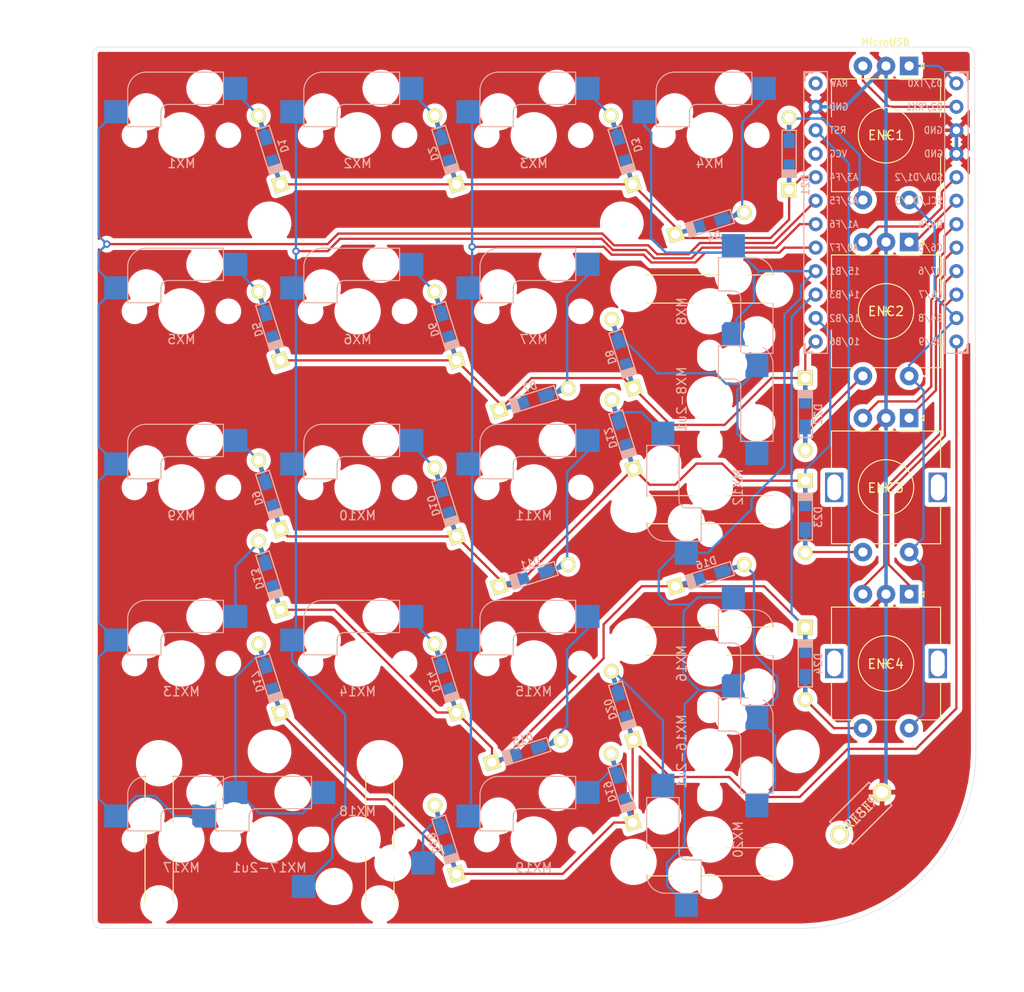
<source format=kicad_pcb>
(kicad_pcb (version 20171130) (host pcbnew "(5.1.10)-1")
  (layers (0 F.Cu signal) (31 B.Cu signal) (34 B.Paste user) (35 F.Paste user) (36 B.SilkS user) (37 F.SilkS user) (38 B.Mask user) (39 F.Mask user) (44 Edge.Cuts user))
  (net 0 "")
  (net 1 row1)
  (net 2 "Net-(D1-Pad2)")
  (net 3 "Net-(D2-Pad2)")
  (net 4 "Net-(D3-Pad2)")
  (net 5 "Net-(D4-Pad2)")
  (net 6 row2)
  (net 7 "Net-(D5-Pad2)")
  (net 8 "Net-(D6-Pad2)")
  (net 9 "Net-(D7-Pad2)")
  (net 10 "Net-(D8-Pad2)")
  (net 11 row3)
  (net 12 "Net-(D9-Pad2)")
  (net 13 "Net-(D10-Pad2)")
  (net 14 "Net-(D11-Pad2)")
  (net 15 "Net-(D12-Pad2)")
  (net 16 row4)
  (net 17 "Net-(D13-Pad2)")
  (net 18 "Net-(D14-Pad2)")
  (net 19 "Net-(D15-Pad2)")
  (net 20 "Net-(D16-Pad2)")
  (net 21 "Net-(D17-Pad2)")
  (net 22 "Net-(D18-Pad2)")
  (net 23 "Net-(D19-Pad2)")
  (net 24 "Net-(D20-Pad2)")
  (net 25 row0)
  (net 26 "Net-(D21-Pad2)")
  (net 27 "Net-(D22-Pad2)")
  (net 28 "Net-(D23-Pad2)")
  (net 29 "Net-(D24-Pad2)")
  (net 30 enc1A)
  (net 31 GND)
  (net 32 enc1B)
  (net 33 col0)
  (net 34 enc2B)
  (net 35 enc2A)
  (net 36 col1)
  (net 37 enc3B)
  (net 38 enc3A)
  (net 39 col2)
  (net 40 enc4B)
  (net 41 enc4A)
  (net 42 col3)
  (net 43 reset)
  (net 44 "Net-(U1-Pad24)")
  (net 45 vcc)
  (net 46 col4)
  (module Envoy:MXOnly-2U-Hotswap-2KeyAlternative (layer F.Cu) (at 166.6875 121.44375 270)
    (fp_text reference MX16-2u1)
    (fp_text value MX-NoLED)
    (fp_text user %R (at 0 3.048 90) (layer B.SilkS) (effects (justify mirror)))
    (pad "" np_thru_hole circle (at -11.938 8.255 270) (size 3.9878 3.9878) (drill 3.9878) (layers *.Cu *.Mask))
    (pad "" np_thru_hole circle (at 11.938 8.255 270) (size 3.9878 3.9878) (drill 3.9878) (layers *.Cu *.Mask))
    (pad "" np_thru_hole circle (at -11.938 -6.985 270) (size 3.048 3.048) (drill 3.048) (layers *.Cu *.Mask))
    (pad "" np_thru_hole circle (at 11.938 -6.985 270) (size 3.048 3.048) (drill 3.048) (layers *.Cu *.Mask))
    (pad 2 smd rect (at 5.842 -5.08 270) (size 2.55 2.5) (layers B.Cu B.Paste B.Mask) (net 20 "Net-(D16-Pad2)"))
    (pad 1 smd rect (at -7.085 -2.54 270) (size 2.55 2.5) (layers B.Cu B.Paste B.Mask) (net 42 col3))
    (pad "" np_thru_hole circle (at -3.81 -2.54 270) (size 3 3) (drill 3) (layers *.Cu *.Mask))
    (pad "" np_thru_hole circle (at 0 0 270) (size 3.9878 3.9878) (drill 3.9878) (layers *.Cu *.Mask))
    (pad "" np_thru_hole circle (at 2.54 -5.08 270) (size 3 3) (drill 3) (layers *.Cu *.Mask))
  )
  (module Envoy:MXOnly-2U-Hotswap-2KeyAlternative (layer F.Cu) (at 166.6875 83.34375 270)
    (fp_text reference MX8-2u1)
    (fp_text value MX-NoLED)
    (fp_text user %R (at 0 3.048 90) (layer B.SilkS) (effects (justify mirror)))
    (pad "" np_thru_hole circle (at 2.54 -5.08 270) (size 3 3) (drill 3) (layers *.Cu *.Mask))
    (pad "" np_thru_hole circle (at 0 0 270) (size 3.9878 3.9878) (drill 3.9878) (layers *.Cu *.Mask))
    (pad "" np_thru_hole circle (at -3.81 -2.54 270) (size 3 3) (drill 3) (layers *.Cu *.Mask))
    (pad 1 smd rect (at -7.085 -2.54 270) (size 2.55 2.5) (layers B.Cu B.Paste B.Mask) (net 42 col3))
    (pad 2 smd rect (at 5.842 -5.08 270) (size 2.55 2.5) (layers B.Cu B.Paste B.Mask) (net 10 "Net-(D8-Pad2)"))
    (pad "" np_thru_hole circle (at 11.938 -6.985 270) (size 3.048 3.048) (drill 3.048) (layers *.Cu *.Mask))
    (pad "" np_thru_hole circle (at -11.938 -6.985 270) (size 3.048 3.048) (drill 3.048) (layers *.Cu *.Mask))
    (pad "" np_thru_hole circle (at 11.938 8.255 270) (size 3.9878 3.9878) (drill 3.9878) (layers *.Cu *.Mask))
    (pad "" np_thru_hole circle (at -11.938 8.255 270) (size 3.9878 3.9878) (drill 3.9878) (layers *.Cu *.Mask))
  )
  (module Envoy:MXOnly-2U-Hotswap-ReversedStabilizers-Alternative (layer F.Cu) (at 119.0625 130.96875)
    (fp_text reference MX17-2u1)
    (fp_text value MX-NoLED)
    (fp_text user %R (at 0 3.048) (layer B.SilkS) (effects (justify mirror)))
    (pad "" np_thru_hole circle (at 2.54 -5.08) (size 3 3) (drill 3) (layers *.Cu *.Mask))
    (pad "" np_thru_hole circle (at 0 0) (size 3.9878 3.9878) (drill 3.9878) (layers *.Cu *.Mask))
    (pad "" np_thru_hole circle (at -3.81 -2.54) (size 3 3) (drill 3) (layers *.Cu *.Mask))
    (pad 1 smd rect (at -7.085 -2.54) (size 2.55 2.5) (layers B.Cu B.Paste B.Mask) (net 33 col0))
    (pad 2 smd rect (at 5.842 -5.08) (size 2.55 2.5) (layers B.Cu B.Paste B.Mask) (net 21 "Net-(D17-Pad2)"))
    (pad "" np_thru_hole circle (at 11.938 6.985) (size 3.048 3.048) (drill 3.048) (layers *.Cu *.Mask))
    (pad "" np_thru_hole circle (at -11.938 6.985) (size 3.048 3.048) (drill 3.048) (layers *.Cu *.Mask))
    (pad "" np_thru_hole circle (at 11.938 -8.255) (size 3.9878 3.9878) (drill 3.9878) (layers *.Cu *.Mask))
    (pad "" np_thru_hole circle (at -11.938 -8.255) (size 3.9878 3.9878) (drill 3.9878) (layers *.Cu *.Mask))
  )
  (module Envoy:MXOnly-1U-Hotswap-2KeyAlternativeLeft (layer F.Cu) (at 166.6875 130.96875 90)
    (fp_text reference MX20)
    (fp_text value MX-NoLED)
    (fp_text user %R (at 0 3.048 90) (layer B.SilkS) (effects (justify mirror)))
    (pad 2 smd rect (at 5.842 -5.08 90) (size 2.55 2.5) (layers B.Cu B.Paste B.Mask) (net 24 "Net-(D20-Pad2)"))
    (pad 1 smd rect (at -7.085 -2.54 90) (size 2.55 2.5) (layers B.Cu B.Paste B.Mask) (net 42 col3))
    (pad "" np_thru_hole oval (at 4.765 0 90) (size 2.38 1.75) (drill oval 2.38 1.75) (layers *.Cu *.Mask))
    (pad "" np_thru_hole circle (at -5.08 0 138.0996) (size 1.75 1.75) (drill 1.75) (layers *.Cu *.Mask))
    (pad "" np_thru_hole circle (at -3.81 -2.54 90) (size 3 3) (drill 3) (layers *.Cu *.Mask))
    (pad "" np_thru_hole circle (at 0 0 90) (size 3.9878 3.9878) (drill 3.9878) (layers *.Cu *.Mask))
    (pad "" np_thru_hole circle (at 2.54 -5.08 90) (size 3 3) (drill 3) (layers *.Cu *.Mask))
  )
  (module Envoy:MXOnly-1U-Hotswap-2KeyAlternativeLeft (layer F.Cu) (at 109.5375 130.96875)
    (fp_text reference MX17)
    (fp_text value MX-NoLED)
    (fp_text user %R (at 0 3.048) (layer B.SilkS) (effects (justify mirror)))
    (pad 2 smd rect (at 5.842 -5.08) (size 2.55 2.5) (layers B.Cu B.Paste B.Mask) (net 21 "Net-(D17-Pad2)"))
    (pad 1 smd rect (at -7.085 -2.54) (size 2.55 2.5) (layers B.Cu B.Paste B.Mask) (net 33 col0))
    (pad "" np_thru_hole oval (at 4.765 0) (size 2.38 1.75) (drill oval 2.38 1.75) (layers *.Cu *.Mask))
    (pad "" np_thru_hole circle (at -5.08 0 48.0996) (size 1.75 1.75) (drill 1.75) (layers *.Cu *.Mask))
    (pad "" np_thru_hole circle (at -3.81 -2.54) (size 3 3) (drill 3) (layers *.Cu *.Mask))
    (pad "" np_thru_hole circle (at 0 0) (size 3.9878 3.9878) (drill 3.9878) (layers *.Cu *.Mask))
    (pad "" np_thru_hole circle (at 2.54 -5.08) (size 3 3) (drill 3) (layers *.Cu *.Mask))
  )
  (module Envoy:MXOnly-1U-Hotswap-2KeyAlternativeLeft (layer F.Cu) (at 166.6875 111.91875 270)
    (fp_text reference MX16)
    (fp_text value MX-NoLED)
    (fp_text user %R (at 0 3.048 90) (layer B.SilkS) (effects (justify mirror)))
    (pad 2 smd rect (at 5.842 -5.08 270) (size 2.55 2.5) (layers B.Cu B.Paste B.Mask) (net 20 "Net-(D16-Pad2)"))
    (pad 1 smd rect (at -7.085 -2.54 270) (size 2.55 2.5) (layers B.Cu B.Paste B.Mask) (net 42 col3))
    (pad "" np_thru_hole oval (at 4.765 0 270) (size 2.38 1.75) (drill oval 2.38 1.75) (layers *.Cu *.Mask))
    (pad "" np_thru_hole circle (at -5.08 0 318.0996) (size 1.75 1.75) (drill 1.75) (layers *.Cu *.Mask))
    (pad "" np_thru_hole circle (at -3.81 -2.54 270) (size 3 3) (drill 3) (layers *.Cu *.Mask))
    (pad "" np_thru_hole circle (at 0 0 270) (size 3.9878 3.9878) (drill 3.9878) (layers *.Cu *.Mask))
    (pad "" np_thru_hole circle (at 2.54 -5.08 270) (size 3 3) (drill 3) (layers *.Cu *.Mask))
  )
  (module Envoy:MXOnly-1U-Hotswap-2KeyAlternativeLeft (layer F.Cu) (at 166.6875 92.86875 90)
    (fp_text reference MX12)
    (fp_text value MX-NoLED)
    (fp_text user %R (at 0 3.048 90) (layer B.SilkS) (effects (justify mirror)))
    (pad 2 smd rect (at 5.842 -5.08 90) (size 2.55 2.5) (layers B.Cu B.Paste B.Mask) (net 15 "Net-(D12-Pad2)"))
    (pad 1 smd rect (at -7.085 -2.54 90) (size 2.55 2.5) (layers B.Cu B.Paste B.Mask) (net 42 col3))
    (pad "" np_thru_hole oval (at 4.765 0 90) (size 2.38 1.75) (drill oval 2.38 1.75) (layers *.Cu *.Mask))
    (pad "" np_thru_hole circle (at -5.08 0 138.0996) (size 1.75 1.75) (drill 1.75) (layers *.Cu *.Mask))
    (pad "" np_thru_hole circle (at -3.81 -2.54 90) (size 3 3) (drill 3) (layers *.Cu *.Mask))
    (pad "" np_thru_hole circle (at 0 0 90) (size 3.9878 3.9878) (drill 3.9878) (layers *.Cu *.Mask))
    (pad "" np_thru_hole circle (at 2.54 -5.08 90) (size 3 3) (drill 3) (layers *.Cu *.Mask))
  )
  (module Envoy:MXOnly-1U-Hotswap-2KeyAlternativeLeft (layer F.Cu) (at 166.6875 73.81875 270)
    (fp_text reference MX8)
    (fp_text value MX-NoLED)
    (fp_text user %R (at 0 3.048 90) (layer B.SilkS) (effects (justify mirror)))
    (pad 2 smd rect (at 5.842 -5.08 270) (size 2.55 2.5) (layers B.Cu B.Paste B.Mask) (net 10 "Net-(D8-Pad2)"))
    (pad 1 smd rect (at -7.085 -2.54 270) (size 2.55 2.5) (layers B.Cu B.Paste B.Mask) (net 42 col3))
    (pad "" np_thru_hole oval (at 4.765 0 270) (size 2.38 1.75) (drill oval 2.38 1.75) (layers *.Cu *.Mask))
    (pad "" np_thru_hole circle (at -5.08 0 318.0996) (size 1.75 1.75) (drill 1.75) (layers *.Cu *.Mask))
    (pad "" np_thru_hole circle (at -3.81 -2.54 270) (size 3 3) (drill 3) (layers *.Cu *.Mask))
    (pad "" np_thru_hole circle (at 0 0 270) (size 3.9878 3.9878) (drill 3.9878) (layers *.Cu *.Mask))
    (pad "" np_thru_hole circle (at 2.54 -5.08 270) (size 3 3) (drill 3) (layers *.Cu *.Mask))
  )
  (module Envoy:MXOnly-1U-Hotswap (layer F.Cu) (at 109.5375 92.86875)
    (fp_text reference MX9)
    (fp_text value MX-NoLED)
    (fp_text user %R (at 0 3.048) (layer B.SilkS) (effects (justify mirror)))
    (pad 2 smd rect (at 5.842 -5.08) (size 2.55 2.5) (layers B.Cu B.Paste B.Mask) (net 12 "Net-(D9-Pad2)"))
    (pad 1 smd rect (at -7.085 -2.54) (size 2.55 2.5) (layers B.Cu B.Paste B.Mask) (net 33 col0))
    (pad "" np_thru_hole circle (at 5.08 0 48.0996) (size 1.75 1.75) (drill 1.75) (layers *.Cu *.Mask))
    (pad "" np_thru_hole circle (at -5.08 0 48.0996) (size 1.75 1.75) (drill 1.75) (layers *.Cu *.Mask))
    (pad "" np_thru_hole circle (at -3.81 -2.54) (size 3 3) (drill 3) (layers *.Cu *.Mask))
    (pad "" np_thru_hole circle (at 0 0) (size 3.9878 3.9878) (drill 3.9878) (layers *.Cu *.Mask))
    (pad "" np_thru_hole circle (at 2.54 -5.08) (size 3 3) (drill 3) (layers *.Cu *.Mask))
  )
  (module Envoy:MXOnly-1U-Hotswap (layer F.Cu) (at 147.6375 130.96875)
    (fp_text reference MX19)
    (fp_text value MX-NoLED)
    (fp_text user %R (at 0 3.048) (layer B.SilkS) (effects (justify mirror)))
    (pad 2 smd rect (at 5.842 -5.08) (size 2.55 2.5) (layers B.Cu B.Paste B.Mask) (net 23 "Net-(D19-Pad2)"))
    (pad 1 smd rect (at -7.085 -2.54) (size 2.55 2.5) (layers B.Cu B.Paste B.Mask) (net 39 col2))
    (pad "" np_thru_hole circle (at 5.08 0 48.0996) (size 1.75 1.75) (drill 1.75) (layers *.Cu *.Mask))
    (pad "" np_thru_hole circle (at -5.08 0 48.0996) (size 1.75 1.75) (drill 1.75) (layers *.Cu *.Mask))
    (pad "" np_thru_hole circle (at -3.81 -2.54) (size 3 3) (drill 3) (layers *.Cu *.Mask))
    (pad "" np_thru_hole circle (at 0 0) (size 3.9878 3.9878) (drill 3.9878) (layers *.Cu *.Mask))
    (pad "" np_thru_hole circle (at 2.54 -5.08) (size 3 3) (drill 3) (layers *.Cu *.Mask))
  )
  (module Envoy:MXOnly-1U-Hotswap (layer F.Cu) (at 147.6375 111.91875)
    (fp_text reference MX15)
    (fp_text value MX-NoLED)
    (fp_text user %R (at 0 3.048) (layer B.SilkS) (effects (justify mirror)))
    (pad 2 smd rect (at 5.842 -5.08) (size 2.55 2.5) (layers B.Cu B.Paste B.Mask) (net 19 "Net-(D15-Pad2)"))
    (pad 1 smd rect (at -7.085 -2.54) (size 2.55 2.5) (layers B.Cu B.Paste B.Mask) (net 39 col2))
    (pad "" np_thru_hole circle (at 5.08 0 48.0996) (size 1.75 1.75) (drill 1.75) (layers *.Cu *.Mask))
    (pad "" np_thru_hole circle (at -5.08 0 48.0996) (size 1.75 1.75) (drill 1.75) (layers *.Cu *.Mask))
    (pad "" np_thru_hole circle (at -3.81 -2.54) (size 3 3) (drill 3) (layers *.Cu *.Mask))
    (pad "" np_thru_hole circle (at 0 0) (size 3.9878 3.9878) (drill 3.9878) (layers *.Cu *.Mask))
    (pad "" np_thru_hole circle (at 2.54 -5.08) (size 3 3) (drill 3) (layers *.Cu *.Mask))
  )
  (module Envoy:MXOnly-1U-Hotswap (layer F.Cu) (at 128.5875 111.91875)
    (fp_text reference MX14)
    (fp_text value MX-NoLED)
    (fp_text user %R (at 0 3.048) (layer B.SilkS) (effects (justify mirror)))
    (pad 2 smd rect (at 5.842 -5.08) (size 2.55 2.5) (layers B.Cu B.Paste B.Mask) (net 18 "Net-(D14-Pad2)"))
    (pad 1 smd rect (at -7.085 -2.54) (size 2.55 2.5) (layers B.Cu B.Paste B.Mask) (net 36 col1))
    (pad "" np_thru_hole circle (at 5.08 0 48.0996) (size 1.75 1.75) (drill 1.75) (layers *.Cu *.Mask))
    (pad "" np_thru_hole circle (at -5.08 0 48.0996) (size 1.75 1.75) (drill 1.75) (layers *.Cu *.Mask))
    (pad "" np_thru_hole circle (at -3.81 -2.54) (size 3 3) (drill 3) (layers *.Cu *.Mask))
    (pad "" np_thru_hole circle (at 0 0) (size 3.9878 3.9878) (drill 3.9878) (layers *.Cu *.Mask))
    (pad "" np_thru_hole circle (at 2.54 -5.08) (size 3 3) (drill 3) (layers *.Cu *.Mask))
  )
  (module Envoy:MXOnly-1U-Hotswap (layer F.Cu) (at 109.5375 111.91875)
    (fp_text reference MX13)
    (fp_text value MX-NoLED)
    (fp_text user %R (at 0 3.048) (layer B.SilkS) (effects (justify mirror)))
    (pad 2 smd rect (at 5.842 -5.08) (size 2.55 2.5) (layers B.Cu B.Paste B.Mask) (net 17 "Net-(D13-Pad2)"))
    (pad 1 smd rect (at -7.085 -2.54) (size 2.55 2.5) (layers B.Cu B.Paste B.Mask) (net 33 col0))
    (pad "" np_thru_hole circle (at 5.08 0 48.0996) (size 1.75 1.75) (drill 1.75) (layers *.Cu *.Mask))
    (pad "" np_thru_hole circle (at -5.08 0 48.0996) (size 1.75 1.75) (drill 1.75) (layers *.Cu *.Mask))
    (pad "" np_thru_hole circle (at -3.81 -2.54) (size 3 3) (drill 3) (layers *.Cu *.Mask))
    (pad "" np_thru_hole circle (at 0 0) (size 3.9878 3.9878) (drill 3.9878) (layers *.Cu *.Mask))
    (pad "" np_thru_hole circle (at 2.54 -5.08) (size 3 3) (drill 3) (layers *.Cu *.Mask))
  )
  (module Envoy:MXOnly-1U-Hotswap (layer F.Cu) (at 147.6375 92.86875)
    (fp_text reference MX11)
    (fp_text value MX-NoLED)
    (fp_text user %R (at 0 3.048) (layer B.SilkS) (effects (justify mirror)))
    (pad 2 smd rect (at 5.842 -5.08) (size 2.55 2.5) (layers B.Cu B.Paste B.Mask) (net 14 "Net-(D11-Pad2)"))
    (pad 1 smd rect (at -7.085 -2.54) (size 2.55 2.5) (layers B.Cu B.Paste B.Mask) (net 39 col2))
    (pad "" np_thru_hole circle (at 5.08 0 48.0996) (size 1.75 1.75) (drill 1.75) (layers *.Cu *.Mask))
    (pad "" np_thru_hole circle (at -5.08 0 48.0996) (size 1.75 1.75) (drill 1.75) (layers *.Cu *.Mask))
    (pad "" np_thru_hole circle (at -3.81 -2.54) (size 3 3) (drill 3) (layers *.Cu *.Mask))
    (pad "" np_thru_hole circle (at 0 0) (size 3.9878 3.9878) (drill 3.9878) (layers *.Cu *.Mask))
    (pad "" np_thru_hole circle (at 2.54 -5.08) (size 3 3) (drill 3) (layers *.Cu *.Mask))
  )
  (module Envoy:MXOnly-1U-Hotswap (layer F.Cu) (at 128.5875 92.86875)
    (fp_text reference MX10)
    (fp_text value MX-NoLED)
    (fp_text user %R (at 0 3.048) (layer B.SilkS) (effects (justify mirror)))
    (pad 2 smd rect (at 5.842 -5.08) (size 2.55 2.5) (layers B.Cu B.Paste B.Mask) (net 13 "Net-(D10-Pad2)"))
    (pad 1 smd rect (at -7.085 -2.54) (size 2.55 2.5) (layers B.Cu B.Paste B.Mask) (net 36 col1))
    (pad "" np_thru_hole circle (at 5.08 0 48.0996) (size 1.75 1.75) (drill 1.75) (layers *.Cu *.Mask))
    (pad "" np_thru_hole circle (at -5.08 0 48.0996) (size 1.75 1.75) (drill 1.75) (layers *.Cu *.Mask))
    (pad "" np_thru_hole circle (at -3.81 -2.54) (size 3 3) (drill 3) (layers *.Cu *.Mask))
    (pad "" np_thru_hole circle (at 0 0) (size 3.9878 3.9878) (drill 3.9878) (layers *.Cu *.Mask))
    (pad "" np_thru_hole circle (at 2.54 -5.08) (size 3 3) (drill 3) (layers *.Cu *.Mask))
  )
  (module Envoy:MXOnly-1U-Hotswap (layer F.Cu) (at 147.6375 73.81875)
    (fp_text reference MX7)
    (fp_text value MX-NoLED)
    (fp_text user %R (at 0 3.048) (layer B.SilkS) (effects (justify mirror)))
    (pad 2 smd rect (at 5.842 -5.08) (size 2.55 2.5) (layers B.Cu B.Paste B.Mask) (net 9 "Net-(D7-Pad2)"))
    (pad 1 smd rect (at -7.085 -2.54) (size 2.55 2.5) (layers B.Cu B.Paste B.Mask) (net 39 col2))
    (pad "" np_thru_hole circle (at 5.08 0 48.0996) (size 1.75 1.75) (drill 1.75) (layers *.Cu *.Mask))
    (pad "" np_thru_hole circle (at -5.08 0 48.0996) (size 1.75 1.75) (drill 1.75) (layers *.Cu *.Mask))
    (pad "" np_thru_hole circle (at -3.81 -2.54) (size 3 3) (drill 3) (layers *.Cu *.Mask))
    (pad "" np_thru_hole circle (at 0 0) (size 3.9878 3.9878) (drill 3.9878) (layers *.Cu *.Mask))
    (pad "" np_thru_hole circle (at 2.54 -5.08) (size 3 3) (drill 3) (layers *.Cu *.Mask))
  )
  (module Envoy:MXOnly-1U-Hotswap (layer F.Cu) (at 128.5875 73.81875)
    (fp_text reference MX6)
    (fp_text value MX-NoLED)
    (fp_text user %R (at 0 3.048) (layer B.SilkS) (effects (justify mirror)))
    (pad 2 smd rect (at 5.842 -5.08) (size 2.55 2.5) (layers B.Cu B.Paste B.Mask) (net 8 "Net-(D6-Pad2)"))
    (pad 1 smd rect (at -7.085 -2.54) (size 2.55 2.5) (layers B.Cu B.Paste B.Mask) (net 36 col1))
    (pad "" np_thru_hole circle (at 5.08 0 48.0996) (size 1.75 1.75) (drill 1.75) (layers *.Cu *.Mask))
    (pad "" np_thru_hole circle (at -5.08 0 48.0996) (size 1.75 1.75) (drill 1.75) (layers *.Cu *.Mask))
    (pad "" np_thru_hole circle (at -3.81 -2.54) (size 3 3) (drill 3) (layers *.Cu *.Mask))
    (pad "" np_thru_hole circle (at 0 0) (size 3.9878 3.9878) (drill 3.9878) (layers *.Cu *.Mask))
    (pad "" np_thru_hole circle (at 2.54 -5.08) (size 3 3) (drill 3) (layers *.Cu *.Mask))
  )
  (module Envoy:MXOnly-1U-Hotswap (layer F.Cu) (at 109.5375 73.81875)
    (fp_text reference MX5)
    (fp_text value MX-NoLED)
    (fp_text user %R (at 0 3.048) (layer B.SilkS) (effects (justify mirror)))
    (pad 2 smd rect (at 5.842 -5.08) (size 2.55 2.5) (layers B.Cu B.Paste B.Mask) (net 7 "Net-(D5-Pad2)"))
    (pad 1 smd rect (at -7.085 -2.54) (size 2.55 2.5) (layers B.Cu B.Paste B.Mask) (net 33 col0))
    (pad "" np_thru_hole circle (at 5.08 0 48.0996) (size 1.75 1.75) (drill 1.75) (layers *.Cu *.Mask))
    (pad "" np_thru_hole circle (at -5.08 0 48.0996) (size 1.75 1.75) (drill 1.75) (layers *.Cu *.Mask))
    (pad "" np_thru_hole circle (at -3.81 -2.54) (size 3 3) (drill 3) (layers *.Cu *.Mask))
    (pad "" np_thru_hole circle (at 0 0) (size 3.9878 3.9878) (drill 3.9878) (layers *.Cu *.Mask))
    (pad "" np_thru_hole circle (at 2.54 -5.08) (size 3 3) (drill 3) (layers *.Cu *.Mask))
  )
  (module Envoy:MXOnly-1U-Hotswap (layer F.Cu) (at 166.6875 54.76875)
    (fp_text reference MX4)
    (fp_text value MX-NoLED)
    (fp_text user %R (at 0 3.048) (layer B.SilkS) (effects (justify mirror)))
    (pad 2 smd rect (at 5.842 -5.08) (size 2.55 2.5) (layers B.Cu B.Paste B.Mask) (net 5 "Net-(D4-Pad2)"))
    (pad 1 smd rect (at -7.085 -2.54) (size 2.55 2.5) (layers B.Cu B.Paste B.Mask) (net 42 col3))
    (pad "" np_thru_hole circle (at 5.08 0 48.0996) (size 1.75 1.75) (drill 1.75) (layers *.Cu *.Mask))
    (pad "" np_thru_hole circle (at -5.08 0 48.0996) (size 1.75 1.75) (drill 1.75) (layers *.Cu *.Mask))
    (pad "" np_thru_hole circle (at -3.81 -2.54) (size 3 3) (drill 3) (layers *.Cu *.Mask))
    (pad "" np_thru_hole circle (at 0 0) (size 3.9878 3.9878) (drill 3.9878) (layers *.Cu *.Mask))
    (pad "" np_thru_hole circle (at 2.54 -5.08) (size 3 3) (drill 3) (layers *.Cu *.Mask))
  )
  (module Envoy:MXOnly-1U-Hotswap (layer F.Cu) (at 147.6375 54.76875)
    (fp_text reference MX3)
    (fp_text value MX-NoLED)
    (fp_text user %R (at 0 3.048) (layer B.SilkS) (effects (justify mirror)))
    (pad 2 smd rect (at 5.842 -5.08) (size 2.55 2.5) (layers B.Cu B.Paste B.Mask) (net 4 "Net-(D3-Pad2)"))
    (pad 1 smd rect (at -7.085 -2.54) (size 2.55 2.5) (layers B.Cu B.Paste B.Mask) (net 39 col2))
    (pad "" np_thru_hole circle (at 5.08 0 48.0996) (size 1.75 1.75) (drill 1.75) (layers *.Cu *.Mask))
    (pad "" np_thru_hole circle (at -5.08 0 48.0996) (size 1.75 1.75) (drill 1.75) (layers *.Cu *.Mask))
    (pad "" np_thru_hole circle (at -3.81 -2.54) (size 3 3) (drill 3) (layers *.Cu *.Mask))
    (pad "" np_thru_hole circle (at 0 0) (size 3.9878 3.9878) (drill 3.9878) (layers *.Cu *.Mask))
    (pad "" np_thru_hole circle (at 2.54 -5.08) (size 3 3) (drill 3) (layers *.Cu *.Mask))
  )
  (module Envoy:MXOnly-1U-Hotswap (layer F.Cu) (at 128.5875 54.76875)
    (fp_text reference MX2)
    (fp_text value MX-NoLED)
    (fp_text user %R (at 0 3.048) (layer B.SilkS) (effects (justify mirror)))
    (pad 2 smd rect (at 5.842 -5.08) (size 2.55 2.5) (layers B.Cu B.Paste B.Mask) (net 3 "Net-(D2-Pad2)"))
    (pad 1 smd rect (at -7.085 -2.54) (size 2.55 2.5) (layers B.Cu B.Paste B.Mask) (net 36 col1))
    (pad "" np_thru_hole circle (at 5.08 0 48.0996) (size 1.75 1.75) (drill 1.75) (layers *.Cu *.Mask))
    (pad "" np_thru_hole circle (at -5.08 0 48.0996) (size 1.75 1.75) (drill 1.75) (layers *.Cu *.Mask))
    (pad "" np_thru_hole circle (at -3.81 -2.54) (size 3 3) (drill 3) (layers *.Cu *.Mask))
    (pad "" np_thru_hole circle (at 0 0) (size 3.9878 3.9878) (drill 3.9878) (layers *.Cu *.Mask))
    (pad "" np_thru_hole circle (at 2.54 -5.08) (size 3 3) (drill 3) (layers *.Cu *.Mask))
  )
  (module Envoy:MXOnly-1U-Hotswap (layer F.Cu) (at 109.5375 54.76875)
    (fp_text reference MX1)
    (fp_text value MX-NoLED)
    (fp_text user %R (at 0 3.048) (layer B.SilkS) (effects (justify mirror)))
    (pad 2 smd rect (at 5.842 -5.08) (size 2.55 2.5) (layers B.Cu B.Paste B.Mask) (net 2 "Net-(D1-Pad2)"))
    (pad 1 smd rect (at -7.085 -2.54) (size 2.55 2.5) (layers B.Cu B.Paste B.Mask) (net 33 col0))
    (pad "" np_thru_hole circle (at 5.08 0 48.0996) (size 1.75 1.75) (drill 1.75) (layers *.Cu *.Mask))
    (pad "" np_thru_hole circle (at -5.08 0 48.0996) (size 1.75 1.75) (drill 1.75) (layers *.Cu *.Mask))
    (pad "" np_thru_hole circle (at -3.81 -2.54) (size 3 3) (drill 3) (layers *.Cu *.Mask))
    (pad "" np_thru_hole circle (at 0 0) (size 3.9878 3.9878) (drill 3.9878) (layers *.Cu *.Mask))
    (pad "" np_thru_hole circle (at 2.54 -5.08) (size 3 3) (drill 3) (layers *.Cu *.Mask))
  )
  (module Envoy:MXOnly-1U-HotswapReversed-2KeyAlternativeLeft (layer F.Cu) (at 128.5875 130.96875 180)
    (fp_text reference MX18)
    (fp_text value MX-NoLED)
    (fp_text user %R (at 0 3.048) (layer B.SilkS) (effects (justify mirror)))
    (pad 1 smd rect (at 5.842 -5.08 180) (size 2.55 2.5) (layers B.Cu B.Paste B.Mask) (net 36 col1))
    (pad 2 smd rect (at -7.085 -2.54 180) (size 2.55 2.5) (layers B.Cu B.Paste B.Mask) (net 22 "Net-(D18-Pad2)"))
    (pad "" np_thru_hole oval (at 4.765 0 180) (size 2.38 1.75) (drill oval 2.38 1.75) (layers *.Cu *.Mask))
    (pad "" np_thru_hole circle (at -5.08 0 228.0996) (size 1.75 1.75) (drill 1.75) (layers *.Cu *.Mask))
    (pad "" np_thru_hole circle (at -3.81 -2.54 180) (size 3 3) (drill 3) (layers *.Cu *.Mask))
    (pad "" np_thru_hole circle (at 0 0 180) (size 3.9878 3.9878) (drill 3.9878) (layers *.Cu *.Mask))
    (pad "" np_thru_hole circle (at 2.54 -5.08 180) (size 3 3) (drill 3) (layers *.Cu *.Mask))
  )
  (module Envoy:ProMicro_v3 (layer F.Cu) (at 185.7375 63.627)
    (fp_text reference U1 hide)
    (fp_text value ProMicro hide)
    (fp_text user MicroUSB (at -0.05 -18.95) (layer F.SilkS) (effects (font (size 0.75 0.75) (thickness 0.12))))
    (fp_text user MicroUSB (at -0.05 -18.95) (layer F.SilkS) (effects (font (size 0.75 0.75) (thickness 0.12))))
    (fp_text user B4/8 (at 6.2114 10.922 unlocked) (layer B.SilkS) (effects (font (size 0.75 0.67) (thickness 0.125)) (justify left mirror)))
    (fp_text user D2/RX1 (at 6.2114 -11.938 unlocked) (layer B.SilkS) (effects (font (size 0.75 0.67) (thickness 0.125)) (justify left mirror)))
    (fp_text user B5/9 (at 6.2514 13.462 unlocked) (layer B.SilkS) (effects (font (size 0.75 0.67) (thickness 0.125)) (justify left mirror)))
    (fp_text user C6/5 (at 6.2114 3.302 unlocked) (layer B.SilkS) (effects (font (size 0.75 0.67) (thickness 0.125)) (justify left mirror)))
    (fp_text user SCL/D0/3 (at 6.2514 -1.778 unlocked) (layer B.SilkS) (effects (font (size 0.75 0.67) (thickness 0.125)) (justify left mirror)))
    (fp_text user SDA/D1/2 (at 6.2514 -4.318 unlocked) (layer B.SilkS) (effects (font (size 0.75 0.67) (thickness 0.125)) (justify left mirror)))
    (fp_text user D4/4 (at 6.2114 0.762 unlocked) (layer B.SilkS) (effects (font (size 0.75 0.67) (thickness 0.125)) (justify left mirror)))
    (fp_text user D3/TX0 (at 6.2114 -14.478 unlocked) (layer B.SilkS) (effects (font (size 0.75 0.67) (thickness 0.125)) (justify left mirror)))
    (fp_text user GND (at 6.2514 -6.858 unlocked) (layer B.SilkS) (effects (font (size 0.75 0.67) (thickness 0.125)) (justify left mirror)))
    (fp_text user GND (at 6.2114 -9.398 unlocked) (layer B.SilkS) (effects (font (size 0.75 0.67) (thickness 0.125)) (justify left mirror)))
    (fp_text user D7/6 (at 6.2114 5.842 unlocked) (layer B.SilkS) (effects (font (size 0.75 0.67) (thickness 0.125)) (justify left mirror)))
    (fp_text user E6/7 (at 6.2114 8.382 unlocked) (layer B.SilkS) (effects (font (size 0.75 0.67) (thickness 0.125)) (justify left mirror)))
    (fp_text user 16/B2 (at -6.2086 10.95 unlocked) (layer B.SilkS) (effects (font (size 0.75 0.67) (thickness 0.125)) (justify right mirror)))
    (fp_text user 10/B6 (at -6.2086 13.462 unlocked) (layer B.SilkS) (effects (font (size 0.75 0.67) (thickness 0.125)) (justify right mirror)))
    (fp_text user 14/B3 (at -6.2086 8.382 unlocked) (layer B.SilkS) (effects (font (size 0.75 0.67) (thickness 0.125)) (justify right mirror)))
    (fp_text user 15/B1 (at -6.2086 5.85 unlocked) (layer B.SilkS) (effects (font (size 0.75 0.67) (thickness 0.125)) (justify right mirror)))
    (fp_text user A0/F7 (at -6.2086 3.302 unlocked) (layer B.SilkS) (effects (font (size 0.75 0.67) (thickness 0.125)) (justify right mirror)))
    (fp_text user A1/F6 (at -6.2086 0.762 unlocked) (layer B.SilkS) (effects (font (size 0.75 0.67) (thickness 0.125)) (justify right mirror)))
    (fp_text user A2/F5 (at -6.2086 -1.778 unlocked) (layer B.SilkS) (effects (font (size 0.75 0.67) (thickness 0.125)) (justify right mirror)))
    (fp_text user A3/F4 (at -6.2086 -4.318 unlocked) (layer B.SilkS) (effects (font (size 0.75 0.67) (thickness 0.125)) (justify right mirror)))
    (fp_text user VCC (at -6.2086 -6.858 unlocked) (layer B.SilkS) (effects (font (size 0.75 0.67) (thickness 0.125)) (justify right mirror)))
    (fp_text user RST (at -6.2086 -9.398 unlocked) (layer B.SilkS) (effects (font (size 0.75 0.67) (thickness 0.125)) (justify right mirror)))
    (fp_text user GND (at -6.2086 -11.938 unlocked) (layer B.SilkS) (effects (font (size 0.75 0.67) (thickness 0.125)) (justify right mirror)))
    (fp_text user RAW (at -6.2086 -14.478 unlocked) (layer B.SilkS) (effects (font (size 0.75 0.67) (thickness 0.125)) (justify right mirror)))
    (pad 1 thru_hole circle (at 7.6114 -14.478) (size 1.524 1.524) (drill 0.8128) (layers *.Cu *.Mask) (net 30 enc1A))
    (pad 2 thru_hole circle (at 7.6114 -11.938) (size 1.524 1.524) (drill 0.8128) (layers *.Cu *.Mask) (net 32 enc1B))
    (pad 3 thru_hole circle (at 7.6114 -9.398) (size 1.524 1.524) (drill 0.8128) (layers *.Cu *.Mask) (net 31 GND))
    (pad 4 thru_hole circle (at 7.6114 -6.858) (size 1.524 1.524) (drill 0.8128) (layers *.Cu *.Mask) (net 31 GND))
    (pad 5 thru_hole circle (at 7.6114 -4.318) (size 1.524 1.524) (drill 0.8128) (layers *.Cu *.Mask) (net 34 enc2B))
    (pad 6 thru_hole circle (at 7.6114 -1.778) (size 1.524 1.524) (drill 0.8128) (layers *.Cu *.Mask) (net 35 enc2A))
    (pad 7 thru_hole circle (at 7.6114 0.762) (size 1.524 1.524) (drill 0.8128) (layers *.Cu *.Mask) (net 37 enc3B))
    (pad 8 thru_hole circle (at 7.6114 3.302) (size 1.524 1.524) (drill 0.8128) (layers *.Cu *.Mask) (net 38 enc3A))
    (pad 9 thru_hole circle (at 7.6114 5.842) (size 1.524 1.524) (drill 0.8128) (layers *.Cu *.Mask) (net 40 enc4B))
    (pad 10 thru_hole circle (at 7.6114 8.382) (size 1.524 1.524) (drill 0.8128) (layers *.Cu *.Mask) (net 41 enc4A))
    (pad 11 thru_hole circle (at 7.6114 10.922) (size 1.524 1.524) (drill 0.8128) (layers *.Cu *.Mask) (net 46 col4))
    (pad 12 thru_hole circle (at 7.6114 13.462) (size 1.524 1.524) (drill 0.8128) (layers *.Cu *.Mask) (net 16 row4))
    (pad 13 thru_hole circle (at -7.6086 13.462) (size 1.524 1.524) (drill 0.8128) (layers *.Cu *.Mask) (net 1 row1))
    (pad 14 thru_hole circle (at -7.6086 10.922) (size 1.524 1.524) (drill 0.8128) (layers *.Cu *.Mask) (net 6 row2))
    (pad 15 thru_hole circle (at -7.6086 8.382) (size 1.524 1.524) (drill 0.8128) (layers *.Cu *.Mask) (net 11 row3))
    (pad 16 thru_hole circle (at -7.6086 5.842) (size 1.524 1.524) (drill 0.8128) (layers *.Cu *.Mask) (net 42 col3))
    (pad 17 thru_hole circle (at -7.6086 3.302) (size 1.524 1.524) (drill 0.8128) (layers *.Cu *.Mask) (net 39 col2))
    (pad 18 thru_hole circle (at -7.6086 0.762) (size 1.524 1.524) (drill 0.8128) (layers *.Cu *.Mask) (net 36 col1))
    (pad 19 thru_hole circle (at -7.6086 -1.778) (size 1.524 1.524) (drill 0.8128) (layers *.Cu *.Mask) (net 33 col0))
    (pad 20 thru_hole circle (at -7.6086 -4.318) (size 1.524 1.524) (drill 0.8128) (layers *.Cu *.Mask) (net 25 row0))
    (pad 21 thru_hole circle (at -7.6086 -6.858) (size 1.524 1.524) (drill 0.8128) (layers *.Cu *.Mask) (net 45 vcc))
    (pad 22 thru_hole circle (at -7.6086 -9.398) (size 1.524 1.524) (drill 0.8128) (layers *.Cu *.Mask) (net 43 reset))
    (pad 23 thru_hole circle (at -7.6086 -11.938) (size 1.524 1.524) (drill 0.8128) (layers *.Cu *.Mask) (net 31 GND))
    (pad 24 thru_hole circle (at -7.6086 -14.478) (size 1.524 1.524) (drill 0.8128) (layers *.Cu *.Mask) (net 44 "Net-(U1-Pad24)"))
  )
  (module Keebio-Parts:RotaryEncoder_EC11-no-legs (layer F.Cu) (at 185.7375 73.81875 270)
    (fp_text reference ENC2 (at 0 0 180) (layer F.SilkS))
    (fp_text value Rotary_Encoder_Switch)
    (pad A thru_hole rect (at -7.5 -2.5 270) (size 2 2) (drill 1) (layers *.Cu *.Mask) (net 35 enc2A))
    (pad C thru_hole circle (at -7.5 0 270) (size 2 2) (drill 1) (layers *.Cu *.Mask) (net 31 GND))
    (pad B thru_hole circle (at -7.5 2.5 270) (size 2 2) (drill 1) (layers *.Cu *.Mask) (net 34 enc2B))
    (pad S2 thru_hole circle (at 7 -2.5 270) (size 2 2) (drill 1) (layers *.Cu *.Mask) (net 46 col4))
    (pad S1 thru_hole circle (at 7 2.5 270) (size 2 2) (drill 1) (layers *.Cu *.Mask) (net 27 "Net-(D22-Pad2)"))
  )
  (module Keebio-Parts:RotaryEncoder_EC11-no-legs (layer F.Cu) (at 185.7375 54.76875 270)
    (fp_text reference ENC1 (at 0 0 180) (layer F.SilkS))
    (fp_text value Rotary_Encoder_Switch)
    (pad A thru_hole rect (at -7.5 -2.5 270) (size 2 2) (drill 1) (layers *.Cu *.Mask) (net 30 enc1A))
    (pad C thru_hole circle (at -7.5 0 270) (size 2 2) (drill 1) (layers *.Cu *.Mask) (net 31 GND))
    (pad B thru_hole circle (at -7.5 2.5 270) (size 2 2) (drill 1) (layers *.Cu *.Mask) (net 32 enc1B))
    (pad S2 thru_hole circle (at 7 -2.5 270) (size 2 2) (drill 1) (layers *.Cu *.Mask) (net 46 col4))
    (pad S1 thru_hole circle (at 7 2.5 270) (size 2 2) (drill 1) (layers *.Cu *.Mask) (net 26 "Net-(D21-Pad2)"))
  )
  (module Envoy:ClearanceHole_3.7mm (layer F.Cu) (at 176.2125 121.44375)
    (fp_text reference H4 hide)
    (fp_text value MountingHole)
    (pad 1 np_thru_hole circle (at 0 0) (size 3.7 3.7) (drill 3.7) (layers *.Cu *.Mask))
  )
  (module Envoy:ClearanceHole_3.7mm (layer F.Cu) (at 119.0625 121.44375)
    (fp_text reference H3 hide)
    (fp_text value MountingHole)
    (pad 1 np_thru_hole circle (at 0 0) (size 3.7 3.7) (drill 3.7) (layers *.Cu *.Mask))
  )
  (module Envoy:ClearanceHole_3.7mm (layer F.Cu) (at 157.1625 64.29375)
    (fp_text reference H2 hide)
    (fp_text value MountingHole)
    (pad 1 np_thru_hole circle (at 0 0) (size 3.7 3.7) (drill 3.7) (layers *.Cu *.Mask))
  )
  (module Envoy:ClearanceHole_3.7mm (layer F.Cu) (at 119.0625 64.29375)
    (fp_text reference H1 hide)
    (fp_text value MountingHole)
    (pad 1 np_thru_hole circle (at 0 0) (size 3.7 3.7) (drill 3.7) (layers *.Cu *.Mask))
  )
  (module kbd:ResetSW (layer F.Cu) (at 183.007 128.143 45)
    (fp_text reference RESET1 hide)
    (fp_text value SW_PUSH)
    (fp_text user RESET (at 0 0 225) (layer F.SilkS))
    (fp_text user RESET (at 0.127 0 225) (layer B.SilkS) (effects (justify mirror)))
    (pad 2 thru_hole circle (at -3.25 0 45) (size 2 2) (drill 1.3) (layers *.Cu *.Mask F.SilkS) (net 43 reset))
    (pad 1 thru_hole circle (at 3.25 0 45) (size 2 2) (drill 1.3) (layers *.Cu *.Mask F.SilkS) (net 31 GND))
  )
  (module Keebio_parts:RotaryEncoder_EC11 (layer F.Cu) (at 185.7375 111.91875 270)
    (fp_text reference ENC4 (at 0.0635 0.03175) (layer F.SilkS))
    (fp_text value Rotary_Encoder_Switch)
    (pad A thru_hole rect (at -7.5 -2.5 270) (size 2 2) (drill 1) (layers *.Cu *.Mask) (net 41 enc4A))
    (pad C thru_hole circle (at -7.5 0 270) (size 2 2) (drill 1) (layers *.Cu *.Mask) (net 31 GND))
    (pad B thru_hole circle (at -7.5 2.5 270) (size 2 2) (drill 1) (layers *.Cu *.Mask) (net 40 enc4B))
    (pad "" np_thru_hole rect (at 0 -5.6 270) (size 3.2 2) (drill oval 2.8 1.5) (layers *.Cu *.Mask))
    (pad "" np_thru_hole rect (at 0 5.6 270) (size 3.2 2) (drill oval 2.8 1.5) (layers *.Cu *.Mask))
    (pad S2 thru_hole circle (at 7 -2.5 270) (size 2 2) (drill 1) (layers *.Cu *.Mask) (net 46 col4))
    (pad S1 thru_hole circle (at 7 2.5 270) (size 2 2) (drill 1) (layers *.Cu *.Mask) (net 29 "Net-(D24-Pad2)"))
  )
  (module Keebio_parts:RotaryEncoder_EC11 (layer F.Cu) (at 185.7375 92.86875 270)
    (fp_text reference ENC3 (at 0.0635 0.03175) (layer F.SilkS))
    (fp_text value Rotary_Encoder_Switch)
    (pad A thru_hole rect (at -7.5 -2.5 270) (size 2 2) (drill 1) (layers *.Cu *.Mask) (net 38 enc3A))
    (pad C thru_hole circle (at -7.5 0 270) (size 2 2) (drill 1) (layers *.Cu *.Mask) (net 31 GND))
    (pad B thru_hole circle (at -7.5 2.5 270) (size 2 2) (drill 1) (layers *.Cu *.Mask) (net 37 enc3B))
    (pad "" np_thru_hole rect (at 0 -5.6 270) (size 3.2 2) (drill oval 2.8 1.5) (layers *.Cu *.Mask))
    (pad "" np_thru_hole rect (at 0 5.6 270) (size 3.2 2) (drill oval 2.8 1.5) (layers *.Cu *.Mask))
    (pad S2 thru_hole circle (at 7 -2.5 270) (size 2 2) (drill 1) (layers *.Cu *.Mask) (net 46 col4))
    (pad S1 thru_hole circle (at 7 2.5 270) (size 2 2) (drill 1) (layers *.Cu *.Mask) (net 28 "Net-(D23-Pad2)"))
  )
  (module Keebio_parts:Diode-Hybrid-Back (layer F.Cu) (at 177.00625 111.91875 90)
    (fp_text reference D24 (at -0.0254 1.4 90) (layer B.SilkS) (effects (font (size 0.8 0.8)) (justify mirror)))
    (fp_text value D_Small hide)
    (pad 1 thru_hole rect (at 3.9 0 90) (size 1.6 1.6) (drill 1) (layers *.Cu *.Mask F.SilkS) (net 11 row3))
    (pad 2 thru_hole circle (at -3.9 0 90) (size 1.6 1.6) (drill 1) (layers *.Cu *.Mask F.SilkS) (net 29 "Net-(D24-Pad2)"))
    (pad 1 smd rect (at 2.5 0 90) (size 2.9 0.5) (layers B.Cu) (net 11 row3))
    (pad 1 smd rect (at 1.4 0 90) (size 1.6 1.2) (layers B.Cu B.Paste B.Mask) (net 11 row3))
    (pad 2 smd rect (at -1.4 0 90) (size 1.6 1.2) (layers B.Cu B.Paste B.Mask) (net 29 "Net-(D24-Pad2)"))
    (pad 2 smd rect (at -2.5 0 90) (size 2.9 0.5) (layers B.Cu) (net 29 "Net-(D24-Pad2)"))
  )
  (module Keebio_parts:Diode-Hybrid-Back (layer F.Cu) (at 177.00625 96.04375 90)
    (fp_text reference D23 (at -0.0254 1.4 90) (layer B.SilkS) (effects (font (size 0.8 0.8)) (justify mirror)))
    (fp_text value D_Small hide)
    (pad 1 thru_hole rect (at 3.9 0 90) (size 1.6 1.6) (drill 1) (layers *.Cu *.Mask F.SilkS) (net 6 row2))
    (pad 2 thru_hole circle (at -3.9 0 90) (size 1.6 1.6) (drill 1) (layers *.Cu *.Mask F.SilkS) (net 28 "Net-(D23-Pad2)"))
    (pad 1 smd rect (at 2.5 0 90) (size 2.9 0.5) (layers B.Cu) (net 6 row2))
    (pad 1 smd rect (at 1.4 0 90) (size 1.6 1.2) (layers B.Cu B.Paste B.Mask) (net 6 row2))
    (pad 2 smd rect (at -1.4 0 90) (size 1.6 1.2) (layers B.Cu B.Paste B.Mask) (net 28 "Net-(D23-Pad2)"))
    (pad 2 smd rect (at -2.5 0 90) (size 2.9 0.5) (layers B.Cu) (net 28 "Net-(D23-Pad2)"))
  )
  (module Keebio_parts:Diode-Hybrid-Back (layer F.Cu) (at 177.00625 84.93125 90)
    (fp_text reference D22 (at -0.0254 1.4 90) (layer B.SilkS) (effects (font (size 0.8 0.8)) (justify mirror)))
    (fp_text value D_Small hide)
    (pad 1 thru_hole rect (at 3.9 0 90) (size 1.6 1.6) (drill 1) (layers *.Cu *.Mask F.SilkS) (net 1 row1))
    (pad 2 thru_hole circle (at -3.9 0 90) (size 1.6 1.6) (drill 1) (layers *.Cu *.Mask F.SilkS) (net 27 "Net-(D22-Pad2)"))
    (pad 1 smd rect (at 2.5 0 90) (size 2.9 0.5) (layers B.Cu) (net 1 row1))
    (pad 1 smd rect (at 1.4 0 90) (size 1.6 1.2) (layers B.Cu B.Paste B.Mask) (net 1 row1))
    (pad 2 smd rect (at -1.4 0 90) (size 1.6 1.2) (layers B.Cu B.Paste B.Mask) (net 27 "Net-(D22-Pad2)"))
    (pad 2 smd rect (at -2.5 0 90) (size 2.9 0.5) (layers B.Cu) (net 27 "Net-(D22-Pad2)"))
  )
  (module Keebio_parts:Diode-Hybrid-Back (layer F.Cu) (at 175.26 56.769 270)
    (fp_text reference D21 (at 3.3655 -1.778 90) (layer B.SilkS) (effects (font (size 0.8 0.8)) (justify mirror)))
    (fp_text value D_Small hide)
    (pad 1 thru_hole rect (at 3.9 0 270) (size 1.6 1.6) (drill 1) (layers *.Cu *.Mask F.SilkS) (net 25 row0))
    (pad 2 thru_hole circle (at -3.9 0 270) (size 1.6 1.6) (drill 1) (layers *.Cu *.Mask F.SilkS) (net 26 "Net-(D21-Pad2)"))
    (pad 1 smd rect (at 2.5 0 270) (size 2.9 0.5) (layers B.Cu) (net 25 row0))
    (pad 1 smd rect (at 1.4 0 270) (size 1.6 1.2) (layers B.Cu B.Paste B.Mask) (net 25 row0))
    (pad 2 smd rect (at -1.4 0 270) (size 1.6 1.2) (layers B.Cu B.Paste B.Mask) (net 26 "Net-(D21-Pad2)"))
    (pad 2 smd rect (at -2.5 0 270) (size 2.9 0.5) (layers B.Cu) (net 26 "Net-(D21-Pad2)"))
  )
  (module Keebio_parts:Diode-Hybrid-Back (layer F.Cu) (at 157.226 116.49075 287.5)
    (fp_text reference D20 (at -0.0254 1.4 107.5) (layer B.SilkS) (effects (font (size 0.8 0.8)) (justify mirror)))
    (fp_text value D_Small hide)
    (pad 1 thru_hole rect (at 3.9 0 287.5) (size 1.6 1.6) (drill 1) (layers *.Cu *.Mask F.SilkS) (net 16 row4))
    (pad 2 thru_hole circle (at -3.9 0 287.5) (size 1.6 1.6) (drill 1) (layers *.Cu *.Mask F.SilkS) (net 24 "Net-(D20-Pad2)"))
    (pad 1 smd rect (at 2.5 0 287.5) (size 2.9 0.5) (layers B.Cu) (net 16 row4))
    (pad 1 smd rect (at 1.4 0 287.5) (size 1.6 1.2) (layers B.Cu B.Paste B.Mask) (net 16 row4))
    (pad 2 smd rect (at -1.4 0 287.5) (size 1.6 1.2) (layers B.Cu B.Paste B.Mask) (net 24 "Net-(D20-Pad2)"))
    (pad 2 smd rect (at -2.5 0 287.5) (size 2.9 0.5) (layers B.Cu) (net 24 "Net-(D20-Pad2)"))
  )
  (module Keebio_parts:Diode-Hybrid-Back (layer F.Cu) (at 157.1625 125.4125 287.5)
    (fp_text reference D19 (at -0.0254 1.4 107.5) (layer B.SilkS) (effects (font (size 0.8 0.8)) (justify mirror)))
    (fp_text value D_Small hide)
    (pad 1 thru_hole rect (at 3.9 0 287.5) (size 1.6 1.6) (drill 1) (layers *.Cu *.Mask F.SilkS) (net 16 row4))
    (pad 2 thru_hole circle (at -3.9 0 287.5) (size 1.6 1.6) (drill 1) (layers *.Cu *.Mask F.SilkS) (net 23 "Net-(D19-Pad2)"))
    (pad 1 smd rect (at 2.5 0 287.5) (size 2.9 0.5) (layers B.Cu) (net 16 row4))
    (pad 1 smd rect (at 1.4 0 287.5) (size 1.6 1.2) (layers B.Cu B.Paste B.Mask) (net 16 row4))
    (pad 2 smd rect (at -1.4 0 287.5) (size 1.6 1.2) (layers B.Cu B.Paste B.Mask) (net 23 "Net-(D19-Pad2)"))
    (pad 2 smd rect (at -2.5 0 287.5) (size 2.9 0.5) (layers B.Cu) (net 23 "Net-(D19-Pad2)"))
  )
  (module Keebio_parts:Diode-Hybrid-Back (layer F.Cu) (at 138.1125 130.96875 287.5)
    (fp_text reference D18 (at -0.0254 1.4 107.5) (layer B.SilkS) (effects (font (size 0.8 0.8)) (justify mirror)))
    (fp_text value D_Small hide)
    (pad 1 thru_hole rect (at 3.9 0 287.5) (size 1.6 1.6) (drill 1) (layers *.Cu *.Mask F.SilkS) (net 16 row4))
    (pad 2 thru_hole circle (at -3.9 0 287.5) (size 1.6 1.6) (drill 1) (layers *.Cu *.Mask F.SilkS) (net 22 "Net-(D18-Pad2)"))
    (pad 1 smd rect (at 2.5 0 287.5) (size 2.9 0.5) (layers B.Cu) (net 16 row4))
    (pad 1 smd rect (at 1.4 0 287.5) (size 1.6 1.2) (layers B.Cu B.Paste B.Mask) (net 16 row4))
    (pad 2 smd rect (at -1.4 0 287.5) (size 1.6 1.2) (layers B.Cu B.Paste B.Mask) (net 22 "Net-(D18-Pad2)"))
    (pad 2 smd rect (at -2.5 0 287.5) (size 2.9 0.5) (layers B.Cu) (net 22 "Net-(D18-Pad2)"))
  )
  (module Keebio_parts:Diode-Hybrid-Back (layer F.Cu) (at 119.0625 113.50625 287.5)
    (fp_text reference D17 (at -0.0254 1.4 107.5) (layer B.SilkS) (effects (font (size 0.8 0.8)) (justify mirror)))
    (fp_text value D_Small hide)
    (pad 1 thru_hole rect (at 3.9 0 287.5) (size 1.6 1.6) (drill 1) (layers *.Cu *.Mask F.SilkS) (net 16 row4))
    (pad 2 thru_hole circle (at -3.9 0 287.5) (size 1.6 1.6) (drill 1) (layers *.Cu *.Mask F.SilkS) (net 21 "Net-(D17-Pad2)"))
    (pad 1 smd rect (at 2.5 0 287.5) (size 2.9 0.5) (layers B.Cu) (net 16 row4))
    (pad 1 smd rect (at 1.4 0 287.5) (size 1.6 1.2) (layers B.Cu B.Paste B.Mask) (net 16 row4))
    (pad 2 smd rect (at -1.4 0 287.5) (size 1.6 1.2) (layers B.Cu B.Paste B.Mask) (net 21 "Net-(D17-Pad2)"))
    (pad 2 smd rect (at -2.5 0 287.5) (size 2.9 0.5) (layers B.Cu) (net 21 "Net-(D17-Pad2)"))
  )
  (module Keebio_parts:Diode-Hybrid-Back (layer F.Cu) (at 166.6875 102.39375 197.5)
    (fp_text reference D16 (at -0.0254 1.4 17.5) (layer B.SilkS) (effects (font (size 0.8 0.8)) (justify mirror)))
    (fp_text value D_Small hide)
    (pad 1 thru_hole rect (at 3.9 0 197.5) (size 1.6 1.6) (drill 1) (layers *.Cu *.Mask F.SilkS) (net 11 row3))
    (pad 2 thru_hole circle (at -3.9 0 197.5) (size 1.6 1.6) (drill 1) (layers *.Cu *.Mask F.SilkS) (net 20 "Net-(D16-Pad2)"))
    (pad 1 smd rect (at 2.5 0 197.5) (size 2.9 0.5) (layers B.Cu) (net 11 row3))
    (pad 1 smd rect (at 1.4 0 197.5) (size 1.6 1.2) (layers B.Cu B.Paste B.Mask) (net 11 row3))
    (pad 2 smd rect (at -1.4 0 197.5) (size 1.6 1.2) (layers B.Cu B.Paste B.Mask) (net 20 "Net-(D16-Pad2)"))
    (pad 2 smd rect (at -2.5 0 197.5) (size 2.9 0.5) (layers B.Cu) (net 20 "Net-(D16-Pad2)"))
  )
  (module Keebio_parts:Diode-Hybrid-Back (layer F.Cu) (at 146.84375 121.44375 197.5)
    (fp_text reference D15 (at -0.0254 1.4 17.5) (layer B.SilkS) (effects (font (size 0.8 0.8)) (justify mirror)))
    (fp_text value D_Small hide)
    (pad 1 thru_hole rect (at 3.9 0 197.5) (size 1.6 1.6) (drill 1) (layers *.Cu *.Mask F.SilkS) (net 11 row3))
    (pad 2 thru_hole circle (at -3.9 0 197.5) (size 1.6 1.6) (drill 1) (layers *.Cu *.Mask F.SilkS) (net 19 "Net-(D15-Pad2)"))
    (pad 1 smd rect (at 2.5 0 197.5) (size 2.9 0.5) (layers B.Cu) (net 11 row3))
    (pad 1 smd rect (at 1.4 0 197.5) (size 1.6 1.2) (layers B.Cu B.Paste B.Mask) (net 11 row3))
    (pad 2 smd rect (at -1.4 0 197.5) (size 1.6 1.2) (layers B.Cu B.Paste B.Mask) (net 19 "Net-(D15-Pad2)"))
    (pad 2 smd rect (at -2.5 0 197.5) (size 2.9 0.5) (layers B.Cu) (net 19 "Net-(D15-Pad2)"))
  )
  (module Keebio_parts:Diode-Hybrid-Back (layer F.Cu) (at 138.1125 113.50625 287.5)
    (fp_text reference D14 (at -0.0254 1.4 107.5) (layer B.SilkS) (effects (font (size 0.8 0.8)) (justify mirror)))
    (fp_text value D_Small hide)
    (pad 1 thru_hole rect (at 3.9 0 287.5) (size 1.6 1.6) (drill 1) (layers *.Cu *.Mask F.SilkS) (net 11 row3))
    (pad 2 thru_hole circle (at -3.9 0 287.5) (size 1.6 1.6) (drill 1) (layers *.Cu *.Mask F.SilkS) (net 18 "Net-(D14-Pad2)"))
    (pad 1 smd rect (at 2.5 0 287.5) (size 2.9 0.5) (layers B.Cu) (net 11 row3))
    (pad 1 smd rect (at 1.4 0 287.5) (size 1.6 1.2) (layers B.Cu B.Paste B.Mask) (net 11 row3))
    (pad 2 smd rect (at -1.4 0 287.5) (size 1.6 1.2) (layers B.Cu B.Paste B.Mask) (net 18 "Net-(D14-Pad2)"))
    (pad 2 smd rect (at -2.5 0 287.5) (size 2.9 0.5) (layers B.Cu) (net 18 "Net-(D14-Pad2)"))
  )
  (module Keebio_parts:Diode-Hybrid-Back (layer F.Cu) (at 119.0625 102.39375 287.5)
    (fp_text reference D13 (at -0.0254 1.4 107.5) (layer B.SilkS) (effects (font (size 0.8 0.8)) (justify mirror)))
    (fp_text value D_Small hide)
    (pad 1 thru_hole rect (at 3.9 0 287.5) (size 1.6 1.6) (drill 1) (layers *.Cu *.Mask F.SilkS) (net 11 row3))
    (pad 2 thru_hole circle (at -3.9 0 287.5) (size 1.6 1.6) (drill 1) (layers *.Cu *.Mask F.SilkS) (net 17 "Net-(D13-Pad2)"))
    (pad 1 smd rect (at 2.5 0 287.5) (size 2.9 0.5) (layers B.Cu) (net 11 row3))
    (pad 1 smd rect (at 1.4 0 287.5) (size 1.6 1.2) (layers B.Cu B.Paste B.Mask) (net 11 row3))
    (pad 2 smd rect (at -1.4 0 287.5) (size 1.6 1.2) (layers B.Cu B.Paste B.Mask) (net 17 "Net-(D13-Pad2)"))
    (pad 2 smd rect (at -2.5 0 287.5) (size 2.9 0.5) (layers B.Cu) (net 17 "Net-(D13-Pad2)"))
  )
  (module Keebio_parts:Diode-Hybrid-Back (layer F.Cu) (at 157.25775 87.122 287.5)
    (fp_text reference D12 (at -0.0254 1.4 107.5) (layer B.SilkS) (effects (font (size 0.8 0.8)) (justify mirror)))
    (fp_text value D_Small hide)
    (pad 1 thru_hole rect (at 3.9 0 287.5) (size 1.6 1.6) (drill 1) (layers *.Cu *.Mask F.SilkS) (net 6 row2))
    (pad 2 thru_hole circle (at -3.9 0 287.5) (size 1.6 1.6) (drill 1) (layers *.Cu *.Mask F.SilkS) (net 15 "Net-(D12-Pad2)"))
    (pad 1 smd rect (at 2.5 0 287.5) (size 2.9 0.5) (layers B.Cu) (net 6 row2))
    (pad 1 smd rect (at 1.4 0 287.5) (size 1.6 1.2) (layers B.Cu B.Paste B.Mask) (net 6 row2))
    (pad 2 smd rect (at -1.4 0 287.5) (size 1.6 1.2) (layers B.Cu B.Paste B.Mask) (net 15 "Net-(D12-Pad2)"))
    (pad 2 smd rect (at -2.5 0 287.5) (size 2.9 0.5) (layers B.Cu) (net 15 "Net-(D12-Pad2)"))
  )
  (module Keebio_parts:Diode-Hybrid-Back (layer F.Cu) (at 147.6375 102.39375 197.5)
    (fp_text reference D11 (at -0.0254 1.4 17.5) (layer B.SilkS) (effects (font (size 0.8 0.8)) (justify mirror)))
    (fp_text value D_Small hide)
    (pad 1 thru_hole rect (at 3.9 0 197.5) (size 1.6 1.6) (drill 1) (layers *.Cu *.Mask F.SilkS) (net 6 row2))
    (pad 2 thru_hole circle (at -3.9 0 197.5) (size 1.6 1.6) (drill 1) (layers *.Cu *.Mask F.SilkS) (net 14 "Net-(D11-Pad2)"))
    (pad 1 smd rect (at 2.5 0 197.5) (size 2.9 0.5) (layers B.Cu) (net 6 row2))
    (pad 1 smd rect (at 1.4 0 197.5) (size 1.6 1.2) (layers B.Cu B.Paste B.Mask) (net 6 row2))
    (pad 2 smd rect (at -1.4 0 197.5) (size 1.6 1.2) (layers B.Cu B.Paste B.Mask) (net 14 "Net-(D11-Pad2)"))
    (pad 2 smd rect (at -2.5 0 197.5) (size 2.9 0.5) (layers B.Cu) (net 14 "Net-(D11-Pad2)"))
  )
  (module Keebio_parts:Diode-Hybrid-Back (layer F.Cu) (at 138.1125 94.45625 287.5)
    (fp_text reference D10 (at -0.0254 1.4 107.5) (layer B.SilkS) (effects (font (size 0.8 0.8)) (justify mirror)))
    (fp_text value D_Small hide)
    (pad 1 thru_hole rect (at 3.9 0 287.5) (size 1.6 1.6) (drill 1) (layers *.Cu *.Mask F.SilkS) (net 6 row2))
    (pad 2 thru_hole circle (at -3.9 0 287.5) (size 1.6 1.6) (drill 1) (layers *.Cu *.Mask F.SilkS) (net 13 "Net-(D10-Pad2)"))
    (pad 1 smd rect (at 2.5 0 287.5) (size 2.9 0.5) (layers B.Cu) (net 6 row2))
    (pad 1 smd rect (at 1.4 0 287.5) (size 1.6 1.2) (layers B.Cu B.Paste B.Mask) (net 6 row2))
    (pad 2 smd rect (at -1.4 0 287.5) (size 1.6 1.2) (layers B.Cu B.Paste B.Mask) (net 13 "Net-(D10-Pad2)"))
    (pad 2 smd rect (at -2.5 0 287.5) (size 2.9 0.5) (layers B.Cu) (net 13 "Net-(D10-Pad2)"))
  )
  (module Keebio_parts:Diode-Hybrid-Back (layer F.Cu) (at 119.0625 93.6625 287.5)
    (fp_text reference D9 (at -0.0254 1.4 107.5) (layer B.SilkS) (effects (font (size 0.8 0.8)) (justify mirror)))
    (fp_text value D_Small hide)
    (pad 1 thru_hole rect (at 3.9 0 287.5) (size 1.6 1.6) (drill 1) (layers *.Cu *.Mask F.SilkS) (net 6 row2))
    (pad 2 thru_hole circle (at -3.9 0 287.5) (size 1.6 1.6) (drill 1) (layers *.Cu *.Mask F.SilkS) (net 12 "Net-(D9-Pad2)"))
    (pad 1 smd rect (at 2.5 0 287.5) (size 2.9 0.5) (layers B.Cu) (net 6 row2))
    (pad 1 smd rect (at 1.4 0 287.5) (size 1.6 1.2) (layers B.Cu B.Paste B.Mask) (net 6 row2))
    (pad 2 smd rect (at -1.4 0 287.5) (size 1.6 1.2) (layers B.Cu B.Paste B.Mask) (net 12 "Net-(D9-Pad2)"))
    (pad 2 smd rect (at -2.5 0 287.5) (size 2.9 0.5) (layers B.Cu) (net 12 "Net-(D9-Pad2)"))
  )
  (module Keebio_parts:Diode-Hybrid-Back (layer F.Cu) (at 157.25775 78.39075 287.5)
    (fp_text reference D8 (at -0.0254 1.4 107.5) (layer B.SilkS) (effects (font (size 0.8 0.8)) (justify mirror)))
    (fp_text value D_Small hide)
    (pad 1 thru_hole rect (at 3.9 0 287.5) (size 1.6 1.6) (drill 1) (layers *.Cu *.Mask F.SilkS) (net 1 row1))
    (pad 2 thru_hole circle (at -3.9 0 287.5) (size 1.6 1.6) (drill 1) (layers *.Cu *.Mask F.SilkS) (net 10 "Net-(D8-Pad2)"))
    (pad 1 smd rect (at 2.5 0 287.5) (size 2.9 0.5) (layers B.Cu) (net 1 row1))
    (pad 1 smd rect (at 1.4 0 287.5) (size 1.6 1.2) (layers B.Cu B.Paste B.Mask) (net 1 row1))
    (pad 2 smd rect (at -1.4 0 287.5) (size 1.6 1.2) (layers B.Cu B.Paste B.Mask) (net 10 "Net-(D8-Pad2)"))
    (pad 2 smd rect (at -2.5 0 287.5) (size 2.9 0.5) (layers B.Cu) (net 10 "Net-(D8-Pad2)"))
  )
  (module Keebio_parts:Diode-Hybrid-Back (layer F.Cu) (at 147.6375 83.34375 197.5)
    (fp_text reference D7 (at -0.0254 1.4 17.5) (layer B.SilkS) (effects (font (size 0.8 0.8)) (justify mirror)))
    (fp_text value D_Small hide)
    (pad 1 thru_hole rect (at 3.9 0 197.5) (size 1.6 1.6) (drill 1) (layers *.Cu *.Mask F.SilkS) (net 1 row1))
    (pad 2 thru_hole circle (at -3.9 0 197.5) (size 1.6 1.6) (drill 1) (layers *.Cu *.Mask F.SilkS) (net 9 "Net-(D7-Pad2)"))
    (pad 1 smd rect (at 2.5 0 197.5) (size 2.9 0.5) (layers B.Cu) (net 1 row1))
    (pad 1 smd rect (at 1.4 0 197.5) (size 1.6 1.2) (layers B.Cu B.Paste B.Mask) (net 1 row1))
    (pad 2 smd rect (at -1.4 0 197.5) (size 1.6 1.2) (layers B.Cu B.Paste B.Mask) (net 9 "Net-(D7-Pad2)"))
    (pad 2 smd rect (at -2.5 0 197.5) (size 2.9 0.5) (layers B.Cu) (net 9 "Net-(D7-Pad2)"))
  )
  (module Keebio_parts:Diode-Hybrid-Back (layer F.Cu) (at 138.1125 75.40625 287.5)
    (fp_text reference D6 (at -0.0254 1.4 107.5) (layer B.SilkS) (effects (font (size 0.8 0.8)) (justify mirror)))
    (fp_text value D_Small hide)
    (pad 1 thru_hole rect (at 3.9 0 287.5) (size 1.6 1.6) (drill 1) (layers *.Cu *.Mask F.SilkS) (net 1 row1))
    (pad 2 thru_hole circle (at -3.9 0 287.5) (size 1.6 1.6) (drill 1) (layers *.Cu *.Mask F.SilkS) (net 8 "Net-(D6-Pad2)"))
    (pad 1 smd rect (at 2.5 0 287.5) (size 2.9 0.5) (layers B.Cu) (net 1 row1))
    (pad 1 smd rect (at 1.4 0 287.5) (size 1.6 1.2) (layers B.Cu B.Paste B.Mask) (net 1 row1))
    (pad 2 smd rect (at -1.4 0 287.5) (size 1.6 1.2) (layers B.Cu B.Paste B.Mask) (net 8 "Net-(D6-Pad2)"))
    (pad 2 smd rect (at -2.5 0 287.5) (size 2.9 0.5) (layers B.Cu) (net 8 "Net-(D6-Pad2)"))
  )
  (module Keebio_parts:Diode-Hybrid-Back (layer F.Cu) (at 119.0625 75.40625 287.5)
    (fp_text reference D5 (at -0.0254 1.4 107.5) (layer B.SilkS) (effects (font (size 0.8 0.8)) (justify mirror)))
    (fp_text value D_Small hide)
    (pad 2 smd rect (at -2.5 0 287.5) (size 2.9 0.5) (layers B.Cu) (net 7 "Net-(D5-Pad2)"))
    (pad 2 smd rect (at -1.4 0 287.5) (size 1.6 1.2) (layers B.Cu B.Paste B.Mask) (net 7 "Net-(D5-Pad2)"))
    (pad 1 smd rect (at 1.4 0 287.5) (size 1.6 1.2) (layers B.Cu B.Paste B.Mask) (net 1 row1))
    (pad 1 smd rect (at 2.5 0 287.5) (size 2.9 0.5) (layers B.Cu) (net 1 row1))
    (pad 2 thru_hole circle (at -3.9 0 287.5) (size 1.6 1.6) (drill 1) (layers *.Cu *.Mask F.SilkS) (net 7 "Net-(D5-Pad2)"))
    (pad 1 thru_hole rect (at 3.9 0 287.5) (size 1.6 1.6) (drill 1) (layers *.Cu *.Mask F.SilkS) (net 1 row1))
  )
  (module Keebio_parts:Diode-Hybrid-Back (layer F.Cu) (at 166.6875 64.29375 197.5)
    (fp_text reference D4 (at -0.0254 -1.524 17.5) (layer B.SilkS) (effects (font (size 0.8 0.8)) (justify mirror)))
    (fp_text value D_Small hide)
    (pad 1 thru_hole rect (at 3.9 0 197.5) (size 1.6 1.6) (drill 1) (layers *.Cu *.Mask F.SilkS) (net 25 row0))
    (pad 2 thru_hole circle (at -3.9 0 197.5) (size 1.6 1.6) (drill 1) (layers *.Cu *.Mask F.SilkS) (net 5 "Net-(D4-Pad2)"))
    (pad 1 smd rect (at 2.5 0 197.5) (size 2.9 0.5) (layers B.Cu) (net 25 row0))
    (pad 1 smd rect (at 1.4 0 197.5) (size 1.6 1.2) (layers B.Cu B.Paste B.Mask) (net 25 row0))
    (pad 2 smd rect (at -1.4 0 197.5) (size 1.6 1.2) (layers B.Cu B.Paste B.Mask) (net 5 "Net-(D4-Pad2)"))
    (pad 2 smd rect (at -2.5 0 197.5) (size 2.9 0.5) (layers B.Cu) (net 5 "Net-(D4-Pad2)"))
  )
  (module Keebio_parts:Diode-Hybrid-Back (layer F.Cu) (at 157.1625 56.35625 287.5)
    (fp_text reference D3 (at -0.0254 -1.651 107.5) (layer B.SilkS) (effects (font (size 0.8 0.8)) (justify mirror)))
    (fp_text value D_Small hide)
    (pad 1 thru_hole rect (at 3.9 0 287.5) (size 1.6 1.6) (drill 1) (layers *.Cu *.Mask F.SilkS) (net 25 row0))
    (pad 2 thru_hole circle (at -3.9 0 287.5) (size 1.6 1.6) (drill 1) (layers *.Cu *.Mask F.SilkS) (net 4 "Net-(D3-Pad2)"))
    (pad 1 smd rect (at 2.5 0 287.5) (size 2.9 0.5) (layers B.Cu) (net 25 row0))
    (pad 1 smd rect (at 1.4 0 287.5) (size 1.6 1.2) (layers B.Cu B.Paste B.Mask) (net 25 row0))
    (pad 2 smd rect (at -1.4 0 287.5) (size 1.6 1.2) (layers B.Cu B.Paste B.Mask) (net 4 "Net-(D3-Pad2)"))
    (pad 2 smd rect (at -2.5 0 287.5) (size 2.9 0.5) (layers B.Cu) (net 4 "Net-(D3-Pad2)"))
  )
  (module Keebio_parts:Diode-Hybrid-Back (layer F.Cu) (at 138.1125 56.35625 287.5)
    (fp_text reference D2 (at -0.0254 1.4 107.5) (layer B.SilkS) (effects (font (size 0.8 0.8)) (justify mirror)))
    (fp_text value D_Small hide)
    (pad 1 thru_hole rect (at 3.9 0 287.5) (size 1.6 1.6) (drill 1) (layers *.Cu *.Mask F.SilkS) (net 25 row0))
    (pad 2 thru_hole circle (at -3.9 0 287.5) (size 1.6 1.6) (drill 1) (layers *.Cu *.Mask F.SilkS) (net 3 "Net-(D2-Pad2)"))
    (pad 1 smd rect (at 2.5 0 287.5) (size 2.9 0.5) (layers B.Cu) (net 25 row0))
    (pad 1 smd rect (at 1.4 0 287.5) (size 1.6 1.2) (layers B.Cu B.Paste B.Mask) (net 25 row0))
    (pad 2 smd rect (at -1.4 0 287.5) (size 1.6 1.2) (layers B.Cu B.Paste B.Mask) (net 3 "Net-(D2-Pad2)"))
    (pad 2 smd rect (at -2.5 0 287.5) (size 2.9 0.5) (layers B.Cu) (net 3 "Net-(D2-Pad2)"))
  )
  (module Keebio_parts:Diode-Hybrid-Back (layer F.Cu) (at 119.0625 56.35625 287.5)
    (fp_text reference D1 (at -0.0254 -1.524 107.5) (layer B.SilkS) (effects (font (size 0.8 0.8)) (justify mirror)))
    (fp_text value D_Small hide)
    (pad 1 thru_hole rect (at 3.9 0 287.5) (size 1.6 1.6) (drill 1) (layers *.Cu *.Mask F.SilkS) (net 25 row0))
    (pad 2 thru_hole circle (at -3.9 0 287.5) (size 1.6 1.6) (drill 1) (layers *.Cu *.Mask F.SilkS) (net 2 "Net-(D1-Pad2)"))
    (pad 1 smd rect (at 2.5 0 287.5) (size 2.9 0.5) (layers B.Cu) (net 25 row0))
    (pad 1 smd rect (at 1.4 0 287.5) (size 1.6 1.2) (layers B.Cu B.Paste B.Mask) (net 25 row0))
    (pad 2 smd rect (at -1.4 0 287.5) (size 1.6 1.2) (layers B.Cu B.Paste B.Mask) (net 2 "Net-(D1-Pad2)"))
    (pad 2 smd rect (at -2.5 0 287.5) (size 2.9 0.5) (layers B.Cu) (net 2 "Net-(D1-Pad2)"))
  )
  (gr_line (start 100.711 45.212) (end 194.437 45.212) (layer Edge.Cuts) (width 0.05))
  (gr_line (start 99.949 139.7) (end 99.949 45.974) (layer Edge.Cuts) (width 0.05))
  (gr_line (start 176.276 140.589) (end 100.838 140.589) (layer Edge.Cuts) (width 0.05))
  (gr_line (start 195.326 46.101) (end 195.453 121.412) (layer Edge.Cuts) (width 0.05))
  (gr_arc (start 176.276 121.412) (end 176.276 140.589) (angle -90) (layer Edge.Cuts) (width 0.05))
  (gr_arc (start 194.437 46.101) (end 195.326 46.101) (angle -90) (layer Edge.Cuts) (width 0.05))
  (gr_arc (start 100.838 139.7) (end 99.949 139.7) (angle -90) (layer Edge.Cuts) (width 0.05))
  (gr_arc (start 100.711 45.974) (end 100.711 45.212) (angle -90) (layer Edge.Cuts) (width 0.05))
  (segment (start 177.00625 78.21165) (end 178.1289 77.089) (width 0.25) (layer F.Cu) (net 1))
  (segment (start 177.00625 81.03125) (end 177.00625 78.21165) (width 0.25) (layer F.Cu) (net 1))
  (segment (start 120.235253 79.125746) (end 139.285253 79.125746) (width 0.25) (layer F.Cu) (net 1))
  (segment (start 143.918004 83.758497) (end 143.918004 84.516503) (width 0.25) (layer F.Cu) (net 1))
  (segment (start 139.285253 79.125746) (end 143.918004 83.758497) (width 0.25) (layer F.Cu) (net 1))
  (segment (start 173.34975 81.03125) (end 177.00625 81.03125) (width 0.25) (layer F.Cu) (net 1))
  (segment (start 168.275 86.106) (end 173.34975 81.03125) (width 0.25) (layer F.Cu) (net 1))
  (segment (start 162.426257 86.106) (end 168.275 86.106) (width 0.25) (layer F.Cu) (net 1))
  (segment (start 147.388511 81.045996) (end 143.918004 84.516503) (width 0.25) (layer F.Cu) (net 1))
  (segment (start 115.50125 49.68875) (end 115.3795 49.68875) (width 0.25) (layer B.Cu) (net 2))
  (segment (start 115.3795 50.126507) (end 117.889747 52.636754) (width 0.25) (layer B.Cu) (net 2))
  (segment (start 115.3795 49.68875) (end 115.3795 50.126507) (width 0.25) (layer B.Cu) (net 2))
  (segment (start 134.4295 50.126507) (end 136.939747 52.636754) (width 0.25) (layer B.Cu) (net 3))
  (segment (start 134.4295 49.68875) (end 134.4295 50.126507) (width 0.25) (layer B.Cu) (net 3))
  (segment (start 153.4795 50.126507) (end 155.989747 52.636754) (width 0.25) (layer B.Cu) (net 4))
  (segment (start 153.4795 49.68875) (end 153.4795 50.126507) (width 0.25) (layer B.Cu) (net 4))
  (segment (start 172.5295 51.038125) (end 172.5295 49.68875) (width 0.25) (layer B.Cu) (net 5))
  (segment (start 170.18 53.387625) (end 172.5295 51.038125) (width 0.25) (layer B.Cu) (net 5))
  (segment (start 170.18 62.5075) (end 170.18 53.387625) (width 0.25) (layer B.Cu) (net 5))
  (segment (start 169.1875 63.5) (end 170.18 62.5075) (width 0.25) (layer B.Cu) (net 5))
  (segment (start 179.705 76.1251) (end 178.1289 74.549) (width 0.25) (layer B.Cu) (net 6))
  (segment (start 179.705 88.265) (end 179.705 76.1251) (width 0.25) (layer B.Cu) (net 6))
  (segment (start 177.00625 90.96375) (end 179.705 88.265) (width 0.25) (layer B.Cu) (net 6))
  (segment (start 177.00625 92.14375) (end 177.00625 90.96375) (width 0.25) (layer B.Cu) (net 6))
  (segment (start 169.86775 92.14375) (end 177.00625 92.14375) (width 0.25) (layer F.Cu) (net 6))
  (segment (start 168.021 90.297) (end 169.86775 92.14375) (width 0.25) (layer F.Cu) (net 6))
  (segment (start 165.227 90.297) (end 168.021 90.297) (width 0.25) (layer F.Cu) (net 6))
  (segment (start 162.941 92.583) (end 165.227 90.297) (width 0.25) (layer F.Cu) (net 6))
  (segment (start 160.172007 92.583) (end 162.941 92.583) (width 0.25) (layer F.Cu) (net 6))
  (segment (start 158.430503 90.841496) (end 160.172007 92.583) (width 0.25) (layer F.Cu) (net 6))
  (segment (start 121.029003 98.175746) (end 120.235253 97.381996) (width 0.25) (layer F.Cu) (net 6))
  (segment (start 139.285253 98.175746) (end 121.029003 98.175746) (width 0.25) (layer F.Cu) (net 6))
  (segment (start 143.918004 102.808497) (end 143.918004 103.566503) (width 0.25) (layer F.Cu) (net 6))
  (segment (start 139.285253 98.175746) (end 143.918004 102.808497) (width 0.25) (layer F.Cu) (net 6))
  (segment (start 145.705496 103.566503) (end 158.430503 90.841496) (width 0.25) (layer F.Cu) (net 6))
  (segment (start 143.918004 103.566503) (end 145.705496 103.566503) (width 0.25) (layer F.Cu) (net 6))
  (segment (start 115.50125 68.73875) (end 115.3795 68.73875) (width 0.25) (layer B.Cu) (net 7))
  (segment (start 115.3795 69.176507) (end 117.889747 71.686754) (width 0.25) (layer B.Cu) (net 7))
  (segment (start 115.3795 68.73875) (end 115.3795 69.176507) (width 0.25) (layer B.Cu) (net 7))
  (segment (start 134.4295 69.176507) (end 136.939747 71.686754) (width 0.25) (layer B.Cu) (net 8))
  (segment (start 134.4295 68.73875) (end 134.4295 69.176507) (width 0.25) (layer B.Cu) (net 8))
  (segment (start 151.257 72.136) (end 153.4795 69.9135) (width 0.25) (layer B.Cu) (net 9))
  (segment (start 151.257 81.356778) (end 151.257 72.136) (width 0.25) (layer B.Cu) (net 9))
  (segment (start 153.4795 69.9135) (end 153.4795 68.73875) (width 0.25) (layer B.Cu) (net 9))
  (segment (start 150.021792 82.591986) (end 151.257 81.356778) (width 0.25) (layer B.Cu) (net 9))
  (segment (start 171.7675 80.2005) (end 171.7675 79.66075) (width 0.25) (layer B.Cu) (net 10))
  (segment (start 169.672 87.09025) (end 171.7675 89.18575) (width 0.25) (layer B.Cu) (net 10))
  (segment (start 171.7675 80.2005) (end 169.672 82.296) (width 0.25) (layer B.Cu) (net 10))
  (segment (start 169.672 82.296) (end 169.672 87.09025) (width 0.25) (layer B.Cu) (net 10))
  (segment (start 158.430503 82.110246) (end 157.366253 81.045996) (width 0.25) (layer F.Cu) (net 1))
  (segment (start 157.366253 81.045996) (end 147.388511 81.045996) (width 0.25) (layer F.Cu) (net 1))
  (segment (start 158.430503 82.110246) (end 162.426257 86.106) (width 0.25) (layer F.Cu) (net 1))
  (segment (start 161.017528 80.518) (end 156.505986 76.006458) (width 0.25) (layer B.Cu) (net 10))
  (segment (start 167.293724 80.518) (end 161.017528 80.518) (width 0.25) (layer B.Cu) (net 10))
  (segment (start 168.436724 81.661) (end 167.293724 80.518) (width 0.25) (layer B.Cu) (net 10))
  (segment (start 170.307 81.661) (end 168.436724 81.661) (width 0.25) (layer B.Cu) (net 10))
  (segment (start 171.7675 80.2005) (end 170.307 81.661) (width 0.25) (layer B.Cu) (net 10))
  (segment (start 137.198494 117.225746) (end 139.285253 117.225746) (width 0.25) (layer F.Cu) (net 11))
  (segment (start 126.085994 106.113246) (end 137.198494 117.225746) (width 0.25) (layer F.Cu) (net 11))
  (segment (start 120.235253 106.113246) (end 126.085994 106.113246) (width 0.25) (layer F.Cu) (net 11))
  (segment (start 172.554003 103.566503) (end 177.00625 108.01875) (width 0.25) (layer F.Cu) (net 11))
  (segment (start 162.968004 103.566503) (end 172.554003 103.566503) (width 0.25) (layer F.Cu) (net 11))
  (segment (start 143.124254 121.064747) (end 139.285253 117.225746) (width 0.25) (layer F.Cu) (net 11))
  (segment (start 143.124254 122.616503) (end 143.124254 121.064747) (width 0.25) (layer F.Cu) (net 11))
  (segment (start 159.323497 103.566503) (end 162.968004 103.566503) (width 0.25) (layer F.Cu) (net 11))
  (segment (start 155.194 111.38558) (end 155.194 107.696) (width 0.25) (layer F.Cu) (net 11))
  (segment (start 143.963077 122.616503) (end 155.194 111.38558) (width 0.25) (layer F.Cu) (net 11))
  (segment (start 155.194 107.696) (end 159.323497 103.566503) (width 0.25) (layer F.Cu) (net 11))
  (segment (start 143.124254 122.616503) (end 143.963077 122.616503) (width 0.25) (layer F.Cu) (net 11))
  (segment (start 177.927 72.009) (end 178.1289 72.009) (width 0.25) (layer B.Cu) (net 11))
  (segment (start 175.521501 74.414499) (end 177.927 72.009) (width 0.25) (layer B.Cu) (net 11))
  (segment (start 175.521501 106.534001) (end 175.521501 74.414499) (width 0.25) (layer B.Cu) (net 11))
  (segment (start 177.00625 108.01875) (end 175.521501 106.534001) (width 0.25) (layer B.Cu) (net 11))
  (segment (start 115.735493 87.78875) (end 117.889747 89.943004) (width 0.25) (layer B.Cu) (net 12))
  (segment (start 115.3795 87.78875) (end 115.735493 87.78875) (width 0.25) (layer B.Cu) (net 12))
  (segment (start 134.4295 88.226507) (end 136.939747 90.736754) (width 0.25) (layer B.Cu) (net 13))
  (segment (start 134.4295 87.78875) (end 134.4295 88.226507) (width 0.25) (layer B.Cu) (net 13))
  (segment (start 153.4795 88.9635) (end 153.4795 87.78875) (width 0.25) (layer B.Cu) (net 14))
  (segment (start 151.257 91.186) (end 153.4795 88.9635) (width 0.25) (layer B.Cu) (net 14))
  (segment (start 151.257 100.406778) (end 151.257 91.186) (width 0.25) (layer B.Cu) (net 14))
  (segment (start 150.021792 101.641986) (end 151.257 100.406778) (width 0.25) (layer B.Cu) (net 14))
  (segment (start 159.318458 84.737708) (end 161.6075 87.02675) (width 0.25) (layer B.Cu) (net 15))
  (segment (start 156.505986 84.737708) (end 159.318458 84.737708) (width 0.25) (layer B.Cu) (net 15))
  (segment (start 156.330256 129.131996) (end 158.335253 129.131996) (width 0.25) (layer F.Cu) (net 16))
  (segment (start 150.774006 134.688246) (end 156.330256 129.131996) (width 0.25) (layer F.Cu) (net 16))
  (segment (start 139.285253 134.688246) (end 150.774006 134.688246) (width 0.25) (layer F.Cu) (net 16))
  (segment (start 139.285253 134.078253) (end 139.285253 134.688246) (width 0.25) (layer F.Cu) (net 16))
  (segment (start 131.826 126.619) (end 139.285253 134.078253) (width 0.25) (layer F.Cu) (net 16))
  (segment (start 129.628507 126.619) (end 131.826 126.619) (width 0.25) (layer F.Cu) (net 16))
  (segment (start 120.235253 117.225746) (end 129.628507 126.619) (width 0.25) (layer F.Cu) (net 16))
  (segment (start 158.335253 120.273746) (end 158.398753 120.210246) (width 0.25) (layer F.Cu) (net 16))
  (segment (start 158.335253 129.131996) (end 158.335253 120.273746) (width 0.25) (layer F.Cu) (net 16))
  (segment (start 188.976 121.158) (end 193.3489 116.7851) (width 0.25) (layer F.Cu) (net 16))
  (segment (start 176.403 126.365) (end 181.61 121.158) (width 0.25) (layer F.Cu) (net 16))
  (segment (start 181.61 121.158) (end 188.976 121.158) (width 0.25) (layer F.Cu) (net 16))
  (segment (start 170.942 126.365) (end 176.403 126.365) (width 0.25) (layer F.Cu) (net 16))
  (segment (start 193.3489 116.7851) (end 193.3489 77.089) (width 0.25) (layer F.Cu) (net 16))
  (segment (start 162.394507 124.206) (end 168.783 124.206) (width 0.25) (layer F.Cu) (net 16))
  (segment (start 168.783 124.206) (end 170.942 126.365) (width 0.25) (layer F.Cu) (net 16))
  (segment (start 158.398753 120.210246) (end 162.394507 124.206) (width 0.25) (layer F.Cu) (net 16))
  (segment (start 115.3795 106.83875) (end 115.3795 103.883) (width 0.25) (layer B.Cu) (net 17))
  (segment (start 115.3795 101.383) (end 118.26875 98.49375) (width 0.25) (layer B.Cu) (net 17))
  (segment (start 115.3795 106.83875) (end 115.3795 101.383) (width 0.25) (layer B.Cu) (net 17))
  (segment (start 134.4295 107.276507) (end 136.939747 109.786754) (width 0.25) (layer B.Cu) (net 18))
  (segment (start 134.4295 106.83875) (end 134.4295 107.276507) (width 0.25) (layer B.Cu) (net 18))
  (segment (start 151.257 110.363) (end 153.4795 108.1405) (width 0.25) (layer B.Cu) (net 19))
  (segment (start 153.4795 108.1405) (end 153.4795 106.83875) (width 0.25) (layer B.Cu) (net 19))
  (segment (start 151.257 118.663028) (end 151.257 110.363) (width 0.25) (layer B.Cu) (net 19))
  (segment (start 149.228042 120.691986) (end 151.257 118.663028) (width 0.25) (layer B.Cu) (net 19))
  (segment (start 173.736 119.72925) (end 171.7675 117.76075) (width 0.25) (layer B.Cu) (net 20))
  (segment (start 173.736 125.31725) (end 173.736 119.72925) (width 0.25) (layer B.Cu) (net 20))
  (segment (start 171.7675 127.28575) (end 173.736 125.31725) (width 0.25) (layer B.Cu) (net 20))
  (segment (start 171.45 102.264001) (end 170.406996 101.220997) (width 0.25) (layer B.Cu) (net 20))
  (segment (start 171.45 110.871) (end 171.45 102.264001) (width 0.25) (layer B.Cu) (net 20))
  (segment (start 173.99 113.411) (end 171.45 110.871) (width 0.25) (layer B.Cu) (net 20))
  (segment (start 173.99 115.53825) (end 173.99 113.411) (width 0.25) (layer B.Cu) (net 20))
  (segment (start 171.7675 117.76075) (end 173.99 115.53825) (width 0.25) (layer B.Cu) (net 20))
  (segment (start 122.65025 128.143) (end 124.9045 125.88875) (width 0.25) (layer B.Cu) (net 21))
  (segment (start 117.983 128.143) (end 122.65025 128.143) (width 0.25) (layer B.Cu) (net 21))
  (segment (start 115.72875 125.88875) (end 117.983 128.143) (width 0.25) (layer B.Cu) (net 21))
  (segment (start 115.3795 125.88875) (end 115.72875 125.88875) (width 0.25) (layer B.Cu) (net 21))
  (segment (start 117.685913 111.121958) (end 118.310736 111.121958) (width 0.25) (layer B.Cu) (net 21))
  (segment (start 115.3795 113.428371) (end 117.685913 111.121958) (width 0.25) (layer B.Cu) (net 21))
  (segment (start 115.3795 125.88875) (end 115.3795 113.428371) (width 0.25) (layer B.Cu) (net 21))
  (segment (start 135.6725 130.272694) (end 137.360736 128.584458) (width 0.25) (layer B.Cu) (net 22))
  (segment (start 135.6725 133.50875) (end 135.6725 130.272694) (width 0.25) (layer B.Cu) (net 22))
  (segment (start 153.550194 125.88875) (end 156.410736 123.028208) (width 0.25) (layer B.Cu) (net 23))
  (segment (start 153.4795 125.88875) (end 153.550194 125.88875) (width 0.25) (layer B.Cu) (net 23))
  (segment (start 161.6075 118.114533) (end 156.216606 112.723639) (width 0.25) (layer B.Cu) (net 24))
  (segment (start 161.6075 125.12675) (end 161.6075 118.114533) (width 0.25) (layer B.Cu) (net 24))
  (segment (start 120.235253 60.075746) (end 139.285253 60.075746) (width 0.25) (layer F.Cu) (net 25))
  (segment (start 139.285253 60.075746) (end 158.335253 60.075746) (width 0.25) (layer F.Cu) (net 25))
  (segment (start 162.968004 64.708497) (end 162.968004 65.466503) (width 0.25) (layer F.Cu) (net 25))
  (segment (start 158.335253 60.075746) (end 162.968004 64.708497) (width 0.25) (layer F.Cu) (net 25))
  (segment (start 176.657 59.309) (end 178.1289 59.309) (width 0.25) (layer F.Cu) (net 25))
  (segment (start 175.297 60.669) (end 176.657 59.309) (width 0.25) (layer F.Cu) (net 25))
  (segment (start 175.26 60.669) (end 175.297 60.669) (width 0.25) (layer F.Cu) (net 25))
  (segment (start 175.26 63.881) (end 175.26 60.669) (width 0.25) (layer F.Cu) (net 25))
  (segment (start 173.25975 65.88125) (end 175.26 63.881) (width 0.25) (layer F.Cu) (net 25))
  (segment (start 163.382751 65.88125) (end 173.25975 65.88125) (width 0.25) (layer F.Cu) (net 25))
  (segment (start 162.968004 65.466503) (end 163.382751 65.88125) (width 0.25) (layer F.Cu) (net 25))
  (segment (start 178.943 52.959) (end 175.35 52.959) (width 0.25) (layer B.Cu) (net 26))
  (segment (start 182.88 56.896) (end 178.943 52.959) (width 0.25) (layer B.Cu) (net 26))
  (segment (start 175.35 52.959) (end 175.26 52.869) (width 0.25) (layer B.Cu) (net 26))
  (segment (start 182.88 61.41125) (end 182.88 56.896) (width 0.25) (layer B.Cu) (net 26))
  (segment (start 183.2375 61.76875) (end 182.88 61.41125) (width 0.25) (layer B.Cu) (net 26))
  (segment (start 183.2375 80.81875) (end 177.00625 87.05) (width 0.25) (layer F.Cu) (net 27))
  (segment (start 177.00625 87.05) (end 177.00625 88.83125) (width 0.25) (layer F.Cu) (net 27))
  (segment (start 177.08125 99.86875) (end 177.00625 99.94375) (width 0.25) (layer F.Cu) (net 28))
  (segment (start 183.2375 99.86875) (end 177.08125 99.86875) (width 0.25) (layer F.Cu) (net 28))
  (segment (start 180.10625 118.91875) (end 177.00625 115.81875) (width 0.25) (layer F.Cu) (net 29))
  (segment (start 183.2375 118.91875) (end 180.10625 118.91875) (width 0.25) (layer F.Cu) (net 29))
  (segment (start 191.46865 47.26875) (end 193.3489 49.149) (width 0.25) (layer B.Cu) (net 30))
  (segment (start 188.2375 47.26875) (end 191.46865 47.26875) (width 0.25) (layer B.Cu) (net 30))
  (segment (start 193.2375 54.76875) (end 192.88125 54.76875) (width 0.38) (layer B.Cu) (net 31))
  (segment (start 193.3489 56.769) (end 193.3489 54.229) (width 0.38) (layer B.Cu) (net 31))
  (segment (start 185.7375 66.31875) (end 185.7375 85.36875) (width 0.38) (layer B.Cu) (net 31))
  (segment (start 185.7375 85.36875) (end 185.7375 104.41875) (width 0.38) (layer B.Cu) (net 31))
  (segment (start 185.7375 125.4125) (end 185.305097 125.844903) (width 0.38) (layer B.Cu) (net 31))
  (segment (start 185.7375 104.41875) (end 185.7375 125.4125) (width 0.38) (layer B.Cu) (net 31))
  (segment (start 180.6689 54.229) (end 193.3489 54.229) (width 0.38) (layer F.Cu) (net 31))
  (segment (start 178.1289 51.689) (end 180.6689 54.229) (width 0.38) (layer F.Cu) (net 31))
  (segment (start 181.31725 51.689) (end 185.7375 47.26875) (width 0.38) (layer B.Cu) (net 31))
  (segment (start 178.1289 51.689) (end 181.31725 51.689) (width 0.38) (layer B.Cu) (net 31))
  (segment (start 185.7375 66.31875) (end 185.7375 47.26875) (width 0.38) (layer B.Cu) (net 31))
  (segment (start 186.055 51.689) (end 193.3489 51.689) (width 0.25) (layer F.Cu) (net 32))
  (segment (start 183.2375 48.8715) (end 186.055 51.689) (width 0.25) (layer F.Cu) (net 32))
  (segment (start 183.2375 47.26875) (end 183.2375 48.8715) (width 0.25) (layer F.Cu) (net 32))
  (segment (start 100.584 111.24725) (end 102.4525 109.37875) (width 0.25) (layer B.Cu) (net 33))
  (segment (start 100.584 126.56025) (end 100.584 111.24725) (width 0.25) (layer B.Cu) (net 33))
  (segment (start 102.4525 128.42875) (end 100.584 126.56025) (width 0.25) (layer B.Cu) (net 33))
  (segment (start 100.584 92.19725) (end 102.4525 90.32875) (width 0.25) (layer B.Cu) (net 33))
  (segment (start 100.584 107.51025) (end 100.584 92.19725) (width 0.25) (layer B.Cu) (net 33))
  (segment (start 102.4525 109.37875) (end 100.584 107.51025) (width 0.25) (layer B.Cu) (net 33))
  (segment (start 100.584 73.14725) (end 102.4525 71.27875) (width 0.25) (layer B.Cu) (net 33))
  (segment (start 100.584 88.46025) (end 100.584 73.14725) (width 0.25) (layer B.Cu) (net 33))
  (segment (start 102.4525 90.32875) (end 100.584 88.46025) (width 0.25) (layer B.Cu) (net 33))
  (segment (start 104.64325 126.238) (end 102.4525 128.42875) (width 0.25) (layer B.Cu) (net 33))
  (segment (start 108.87075 128.42875) (end 106.68 126.238) (width 0.25) (layer B.Cu) (net 33))
  (segment (start 106.68 126.238) (end 104.64325 126.238) (width 0.25) (layer B.Cu) (net 33))
  (segment (start 111.9775 128.42875) (end 108.87075 128.42875) (width 0.25) (layer B.Cu) (net 33))
  (via (at 101.473 66.548) (size 0.8) (drill 0.4) (layers F.Cu B.Cu) (net 33))
  (segment (start 100.584 67.437) (end 101.473 66.548) (width 0.25) (layer B.Cu) (net 33))
  (segment (start 100.584 69.41025) (end 100.584 67.437) (width 0.25) (layer B.Cu) (net 33))
  (segment (start 102.4525 71.27875) (end 100.584 69.41025) (width 0.25) (layer B.Cu) (net 33))
  (segment (start 100.584 65.659) (end 101.473 66.548) (width 0.25) (layer B.Cu) (net 33))
  (segment (start 100.584 54.09725) (end 100.584 65.659) (width 0.25) (layer B.Cu) (net 33))
  (segment (start 102.4525 52.22875) (end 100.584 54.09725) (width 0.25) (layer B.Cu) (net 33))
  (segment (start 126.492 65.405) (end 125.349 66.548) (width 0.25) (layer F.Cu) (net 33))
  (segment (start 125.349 66.548) (end 101.473 66.548) (width 0.25) (layer F.Cu) (net 33))
  (segment (start 155.054748 65.405) (end 126.492 65.405) (width 0.25) (layer F.Cu) (net 33))
  (segment (start 160.02141 66.675) (end 156.324748 66.675) (width 0.25) (layer F.Cu) (net 33))
  (segment (start 160.979421 67.633011) (end 160.02141 66.675) (width 0.25) (layer F.Cu) (net 33))
  (segment (start 156.324748 66.675) (end 155.054748 65.405) (width 0.25) (layer F.Cu) (net 33))
  (segment (start 164.395989 67.633011) (end 160.979421 67.633011) (width 0.25) (layer F.Cu) (net 33))
  (segment (start 165.608 66.421) (end 164.395989 67.633011) (width 0.25) (layer F.Cu) (net 33))
  (segment (start 173.5569 66.421) (end 165.608 66.421) (width 0.25) (layer F.Cu) (net 33))
  (segment (start 178.1289 61.849) (end 173.5569 66.421) (width 0.25) (layer F.Cu) (net 33))
  (segment (start 191.77 62.611) (end 191.77 60.8879) (width 0.25) (layer F.Cu) (net 34))
  (segment (start 189.738 64.643) (end 191.77 62.611) (width 0.25) (layer F.Cu) (net 34))
  (segment (start 191.77 60.8879) (end 193.3489 59.309) (width 0.25) (layer F.Cu) (net 34))
  (segment (start 184.91325 64.643) (end 189.738 64.643) (width 0.25) (layer F.Cu) (net 34))
  (segment (start 183.2375 66.31875) (end 184.91325 64.643) (width 0.25) (layer F.Cu) (net 34))
  (segment (start 188.2375 66.31875) (end 188.87915 66.31875) (width 0.25) (layer F.Cu) (net 35))
  (segment (start 188.87915 66.31875) (end 193.3489 61.849) (width 0.25) (layer F.Cu) (net 35))
  (segment (start 121.92 90.74625) (end 121.5025 90.32875) (width 0.25) (layer B.Cu) (net 36))
  (segment (start 121.92 108.96125) (end 121.92 90.74625) (width 0.25) (layer B.Cu) (net 36))
  (segment (start 121.5025 109.37875) (end 121.92 108.96125) (width 0.25) (layer B.Cu) (net 36))
  (segment (start 121.92 71.69625) (end 121.5025 71.27875) (width 0.25) (layer B.Cu) (net 36))
  (segment (start 121.92 89.91125) (end 121.92 71.69625) (width 0.25) (layer B.Cu) (net 36))
  (segment (start 121.5025 90.32875) (end 121.92 89.91125) (width 0.25) (layer B.Cu) (net 36))
  (via (at 121.920002 67.310003) (size 0.8) (drill 0.4) (layers F.Cu B.Cu) (net 36))
  (segment (start 121.920002 52.646252) (end 121.920002 67.310003) (width 0.25) (layer B.Cu) (net 36))
  (segment (start 121.5025 52.22875) (end 121.920002 52.646252) (width 0.25) (layer B.Cu) (net 36))
  (segment (start 121.92 67.310005) (end 121.920002 67.310003) (width 0.25) (layer B.Cu) (net 36))
  (segment (start 121.92 70.86125) (end 121.92 67.310005) (width 0.25) (layer B.Cu) (net 36))
  (segment (start 121.5025 71.27875) (end 121.92 70.86125) (width 0.25) (layer B.Cu) (net 36))
  (segment (start 121.5025 111.689752) (end 121.5025 109.37875) (width 0.25) (layer B.Cu) (net 36))
  (segment (start 127.254 127.508) (end 127.254 117.441252) (width 0.25) (layer B.Cu) (net 36))
  (segment (start 125.857 128.905) (end 127.254 127.508) (width 0.25) (layer B.Cu) (net 36))
  (segment (start 127.254 117.441252) (end 121.5025 111.689752) (width 0.25) (layer B.Cu) (net 36))
  (segment (start 125.857 132.93725) (end 125.857 128.905) (width 0.25) (layer B.Cu) (net 36))
  (segment (start 122.7455 136.04875) (end 125.857 132.93725) (width 0.25) (layer B.Cu) (net 36))
  (segment (start 125.348997 67.310003) (end 121.920002 67.310003) (width 0.25) (layer F.Cu) (net 36))
  (segment (start 126.68801 65.97099) (end 125.348997 67.310003) (width 0.25) (layer F.Cu) (net 36))
  (segment (start 156.196338 67.183) (end 154.984328 65.97099) (width 0.25) (layer F.Cu) (net 36))
  (segment (start 159.766705 67.183) (end 156.196338 67.183) (width 0.25) (layer F.Cu) (net 36))
  (segment (start 160.666727 68.083022) (end 159.766705 67.183) (width 0.25) (layer F.Cu) (net 36))
  (segment (start 154.984328 65.97099) (end 126.68801 65.97099) (width 0.25) (layer F.Cu) (net 36))
  (segment (start 164.707978 68.083022) (end 160.666727 68.083022) (width 0.25) (layer F.Cu) (net 36))
  (segment (start 165.862 66.929) (end 164.707978 68.083022) (width 0.25) (layer F.Cu) (net 36))
  (segment (start 173.863 66.929) (end 165.862 66.929) (width 0.25) (layer F.Cu) (net 36))
  (segment (start 176.403 64.389) (end 173.863 66.929) (width 0.25) (layer F.Cu) (net 36))
  (segment (start 178.1289 64.389) (end 176.403 64.389) (width 0.25) (layer F.Cu) (net 36))
  (segment (start 192.084569 65.653331) (end 193.3489 64.389) (width 0.25) (layer F.Cu) (net 37))
  (segment (start 192.084569 67.415431) (end 192.084569 65.653331) (width 0.25) (layer F.Cu) (net 37))
  (segment (start 191.6 67.9) (end 192.084569 67.415431) (width 0.25) (layer F.Cu) (net 37))
  (segment (start 191.1 70.2) (end 191.6 69.7) (width 0.25) (layer F.Cu) (net 37))
  (segment (start 190.627 72.573) (end 191.1 72.1) (width 0.25) (layer F.Cu) (net 37))
  (segment (start 189.0185 83.566) (end 190.627 81.9575) (width 0.25) (layer F.Cu) (net 37))
  (segment (start 190.627 81.9575) (end 190.627 72.573) (width 0.25) (layer F.Cu) (net 37))
  (segment (start 184.912 83.566) (end 189.0185 83.566) (width 0.25) (layer F.Cu) (net 37))
  (segment (start 191.6 69.7) (end 191.6 67.9) (width 0.25) (layer F.Cu) (net 37))
  (segment (start 183.2375 85.2405) (end 184.912 83.566) (width 0.25) (layer F.Cu) (net 37))
  (segment (start 191.1 72.1) (end 191.1 70.2) (width 0.25) (layer F.Cu) (net 37))
  (segment (start 183.2375 85.36875) (end 183.2375 85.2405) (width 0.25) (layer F.Cu) (net 37))
  (segment (start 192.1 68.1779) (end 193.3489 66.929) (width 0.25) (layer F.Cu) (net 38))
  (segment (start 192.1 69.9) (end 192.1 68.1779) (width 0.25) (layer F.Cu) (net 38))
  (segment (start 191.6 72.306) (end 191.6 70.4) (width 0.25) (layer F.Cu) (net 38))
  (segment (start 191.135 72.771) (end 191.6 72.306) (width 0.25) (layer F.Cu) (net 38))
  (segment (start 191.135 82.365) (end 191.135 72.771) (width 0.25) (layer F.Cu) (net 38))
  (segment (start 188.2375 85.2625) (end 191.135 82.365) (width 0.25) (layer F.Cu) (net 38))
  (segment (start 191.6 70.4) (end 192.1 69.9) (width 0.25) (layer F.Cu) (net 38))
  (segment (start 188.2375 85.36875) (end 188.2375 85.2625) (width 0.25) (layer F.Cu) (net 38))
  (segment (start 140.843 109.66925) (end 140.5525 109.37875) (width 0.25) (layer B.Cu) (net 39))
  (segment (start 140.843 128.13825) (end 140.843 109.66925) (width 0.25) (layer B.Cu) (net 39))
  (segment (start 140.5525 128.42875) (end 140.843 128.13825) (width 0.25) (layer B.Cu) (net 39))
  (segment (start 140.97 108.96125) (end 140.5525 109.37875) (width 0.25) (layer B.Cu) (net 39))
  (segment (start 140.97 90.74625) (end 140.97 108.96125) (width 0.25) (layer B.Cu) (net 39))
  (segment (start 140.5525 90.32875) (end 140.97 90.74625) (width 0.25) (layer B.Cu) (net 39))
  (segment (start 140.97 89.91125) (end 140.5525 90.32875) (width 0.25) (layer B.Cu) (net 39))
  (segment (start 140.97 71.69625) (end 140.97 89.91125) (width 0.25) (layer B.Cu) (net 39))
  (segment (start 140.5525 71.27875) (end 140.97 71.69625) (width 0.25) (layer B.Cu) (net 39))
  (via (at 140.97 66.8385) (size 0.8) (drill 0.4) (layers F.Cu B.Cu) (net 39))
  (segment (start 140.97 70.86125) (end 140.97 66.8385) (width 0.25) (layer B.Cu) (net 39))
  (segment (start 140.5525 71.27875) (end 140.97 70.86125) (width 0.25) (layer B.Cu) (net 39))
  (segment (start 140.97 52.64625) (end 140.97 66.8385) (width 0.25) (layer B.Cu) (net 39))
  (segment (start 140.5525 52.22875) (end 140.97 52.64625) (width 0.25) (layer B.Cu) (net 39))
  (segment (start 174.21225 67.46875) (end 174.752 66.929) (width 0.25) (layer F.Cu) (net 39))
  (segment (start 166.181498 67.46875) (end 174.21225 67.46875) (width 0.25) (layer F.Cu) (net 39))
  (segment (start 165.117215 68.533033) (end 166.181498 67.46875) (width 0.25) (layer F.Cu) (net 39))
  (segment (start 174.752 66.929) (end 178.1289 66.929) (width 0.25) (layer F.Cu) (net 39))
  (segment (start 160.354033 68.533033) (end 165.117215 68.533033) (width 0.25) (layer F.Cu) (net 39))
  (segment (start 159.512 67.691) (end 160.354033 68.533033) (width 0.25) (layer F.Cu) (net 39))
  (segment (start 156.067928 67.691) (end 159.512 67.691) (width 0.25) (layer F.Cu) (net 39))
  (segment (start 155.215428 66.8385) (end 156.067928 67.691) (width 0.25) (layer F.Cu) (net 39))
  (segment (start 140.97 66.8385) (end 155.215428 66.8385) (width 0.25) (layer F.Cu) (net 39))
  (segment (start 192.586901 70.230999) (end 193.3489 69.469) (width 0.25) (layer F.Cu) (net 40))
  (segment (start 192.1 70.7179) (end 192.586901 70.230999) (width 0.25) (layer F.Cu) (net 40))
  (segment (start 192.1 72.568) (end 192.1 70.7179) (width 0.25) (layer F.Cu) (net 40))
  (segment (start 191.6 87.036589) (end 191.6 73.068) (width 0.25) (layer F.Cu) (net 40))
  (segment (start 185.549989 93.0866) (end 191.6 87.036589) (width 0.25) (layer F.Cu) (net 40))
  (segment (start 185.549989 101.350011) (end 185.549989 93.0866) (width 0.25) (layer F.Cu) (net 40))
  (segment (start 191.6 73.068) (end 192.1 72.568) (width 0.25) (layer F.Cu) (net 40))
  (segment (start 183.2375 103.6625) (end 185.549989 101.350011) (width 0.25) (layer F.Cu) (net 40))
  (segment (start 183.2375 104.41875) (end 183.2375 103.6625) (width 0.25) (layer F.Cu) (net 40))
  (segment (start 192.1 73.2579) (end 193.3489 72.009) (width 0.25) (layer F.Cu) (net 41))
  (segment (start 186 93.4) (end 192.1 87.3) (width 0.25) (layer F.Cu) (net 41))
  (segment (start 188.2375 103.4375) (end 186 101.2) (width 0.25) (layer F.Cu) (net 41))
  (segment (start 186 101.2) (end 186 93.4) (width 0.25) (layer F.Cu) (net 41))
  (segment (start 188.2375 104.41875) (end 188.2375 103.4375) (width 0.25) (layer F.Cu) (net 41))
  (segment (start 192.1 87.3) (end 192.1 73.2579) (width 0.25) (layer F.Cu) (net 41))
  (segment (start 164.1475 99.95375) (end 164.3475 99.95375) (width 0.25) (layer B.Cu) (net 42))
  (segment (start 169.2275 104.83375) (end 169.0275 104.83375) (width 0.25) (layer B.Cu) (net 42))
  (segment (start 168.90525 114.681) (end 169.2275 114.35875) (width 0.25) (layer B.Cu) (net 42))
  (segment (start 160.337504 54.463754) (end 160.337504 65.881252) (width 0.25) (layer B.Cu) (net 42))
  (segment (start 168.4925 67.46875) (end 161.924994 67.46875) (width 0.25) (layer B.Cu) (net 42))
  (segment (start 169.2275 66.73375) (end 168.4925 67.46875) (width 0.25) (layer B.Cu) (net 42))
  (segment (start 161.924994 67.46875) (end 160.3375 65.881256) (width 0.25) (layer B.Cu) (net 42))
  (segment (start 160.337504 65.881252) (end 160.3375 65.881256) (width 0.25) (layer B.Cu) (net 42))
  (segment (start 159.6025 52.22875) (end 159.6025 53.72875) (width 0.25) (layer B.Cu) (net 42))
  (segment (start 159.6025 53.72875) (end 160.337504 54.463754) (width 0.25) (layer B.Cu) (net 42))
  (segment (start 162.052 133.477) (end 162.052 135.95825) (width 0.25) (layer B.Cu) (net 42))
  (segment (start 163.957 116.332) (end 163.957 131.572) (width 0.25) (layer B.Cu) (net 42))
  (segment (start 165.481 114.808) (end 163.957 116.332) (width 0.25) (layer B.Cu) (net 42))
  (segment (start 163.957 131.572) (end 162.052 133.477) (width 0.25) (layer B.Cu) (net 42))
  (segment (start 168.77825 114.808) (end 165.481 114.808) (width 0.25) (layer B.Cu) (net 42))
  (segment (start 162.052 135.95825) (end 164.1475 138.05375) (width 0.25) (layer B.Cu) (net 42))
  (segment (start 169.2275 114.35875) (end 168.77825 114.808) (width 0.25) (layer B.Cu) (net 42))
  (segment (start 165.354 104.775) (end 164.846 105.283) (width 0.25) (layer B.Cu) (net 42))
  (segment (start 169.16875 104.775) (end 169.2275 104.83375) (width 0.25) (layer B.Cu) (net 42))
  (segment (start 165.354 104.775) (end 169.16875 104.775) (width 0.25) (layer B.Cu) (net 42))
  (segment (start 163.83 106.299) (end 164.846 105.283) (width 0.25) (layer B.Cu) (net 42))
  (segment (start 163.83 113.157) (end 163.83 106.299) (width 0.25) (layer B.Cu) (net 42))
  (segment (start 165.481 114.808) (end 163.83 113.157) (width 0.25) (layer B.Cu) (net 42))
  (segment (start 163.06325 99.95375) (end 164.1475 99.95375) (width 0.25) (layer B.Cu) (net 42))
  (segment (start 161.163 101.854) (end 163.06325 99.95375) (width 0.25) (layer B.Cu) (net 42))
  (segment (start 161.163 104.45154) (end 161.163 101.854) (width 0.25) (layer B.Cu) (net 42))
  (segment (start 162.24846 105.537) (end 161.163 104.45154) (width 0.25) (layer B.Cu) (net 42))
  (segment (start 164.592 105.537) (end 162.24846 105.537) (width 0.25) (layer B.Cu) (net 42))
  (segment (start 164.846 105.283) (end 164.592 105.537) (width 0.25) (layer B.Cu) (net 42))
  (segment (start 177.61615 68.95625) (end 178.1289 69.469) (width 0.25) (layer B.Cu) (net 42))
  (segment (start 171.96275 69.469) (end 169.2275 66.73375) (width 0.25) (layer B.Cu) (net 42))
  (segment (start 178.1289 69.469) (end 171.96275 69.469) (width 0.25) (layer B.Cu) (net 42))
  (segment (start 172.085 69.469) (end 178.1289 69.469) (width 0.25) (layer B.Cu) (net 42))
  (segment (start 171.45 70.104) (end 172.085 69.469) (width 0.25) (layer B.Cu) (net 42))
  (segment (start 171.45 72.771) (end 171.45 70.104) (width 0.25) (layer B.Cu) (net 42))
  (segment (start 169.545 74.676) (end 171.45 72.771) (width 0.25) (layer B.Cu) (net 42))
  (segment (start 169.545 75.94125) (end 169.545 74.676) (width 0.25) (layer B.Cu) (net 42))
  (segment (start 169.2275 76.25875) (end 169.545 75.94125) (width 0.25) (layer B.Cu) (net 42))
  (segment (start 176.53 71.0679) (end 178.1289 69.469) (width 0.25) (layer B.Cu) (net 42))
  (segment (start 174.752 74.168) (end 176.53 72.39) (width 0.25) (layer B.Cu) (net 42))
  (segment (start 174.752 90.551) (end 174.752 74.168) (width 0.25) (layer B.Cu) (net 42))
  (segment (start 171.196 94.107) (end 174.752 90.551) (width 0.25) (layer B.Cu) (net 42))
  (segment (start 171.196 95.216252) (end 171.196 94.107) (width 0.25) (layer B.Cu) (net 42))
  (segment (start 166.458502 99.95375) (end 171.196 95.216252) (width 0.25) (layer B.Cu) (net 42))
  (segment (start 176.53 72.39) (end 176.53 71.0679) (width 0.25) (layer B.Cu) (net 42))
  (segment (start 164.1475 99.95375) (end 166.458502 99.95375) (width 0.25) (layer B.Cu) (net 42))
  (segment (start 181.708902 57.809002) (end 178.1289 54.229) (width 0.25) (layer B.Cu) (net 43))
  (segment (start 181.708902 129.441098) (end 181.708902 57.809002) (width 0.25) (layer B.Cu) (net 43))
  (segment (start 180.708903 130.441097) (end 181.708902 129.441098) (width 0.25) (layer B.Cu) (net 43))
  (segment (start 188.2375 79.6604) (end 193.3489 74.549) (width 0.25) (layer B.Cu) (net 46))
  (segment (start 188.2375 80.81875) (end 188.2375 79.6604) (width 0.25) (layer B.Cu) (net 46))
  (segment (start 188.2375 80.81875) (end 188.2375 80.720125) (width 0.25) (layer B.Cu) (net 46))
  (segment (start 189.8 101.43125) (end 188.2375 99.86875) (width 0.25) (layer B.Cu) (net 46))
  (segment (start 189.8 117.35625) (end 189.8 101.43125) (width 0.25) (layer B.Cu) (net 46))
  (segment (start 188.2375 118.91875) (end 189.8 117.35625) (width 0.25) (layer B.Cu) (net 46))
  (segment (start 189.8 98.30625) (end 189.8 82.38125) (width 0.25) (layer B.Cu) (net 46))
  (segment (start 189.8 82.38125) (end 188.2375 80.81875) (width 0.25) (layer B.Cu) (net 46))
  (segment (start 188.2375 99.86875) (end 189.8 98.30625) (width 0.25) (layer B.Cu) (net 46))
  (segment (start 191 72.2001) (end 193.3489 74.549) (width 0.25) (layer B.Cu) (net 46))
  (segment (start 191 64.53125) (end 191 72.2001) (width 0.25) (layer B.Cu) (net 46))
  (segment (start 188.2375 61.76875) (end 191 64.53125) (width 0.25) (layer B.Cu) (net 46))
  (zone (net 31) (net_name GND) (layer F.Cu) (connect_pads (clearance 0.508)) (min_thickness 0.254) (fill yes (arc_segments 32) (thermal_gap 0.508) (thermal_bridge_width 0.508))
    (polygon (pts (xy 200.279 40.513) (xy 200.66 147.447) (xy 90.551 144.653) (xy 89.916 40.132)))
  )
)
</source>
